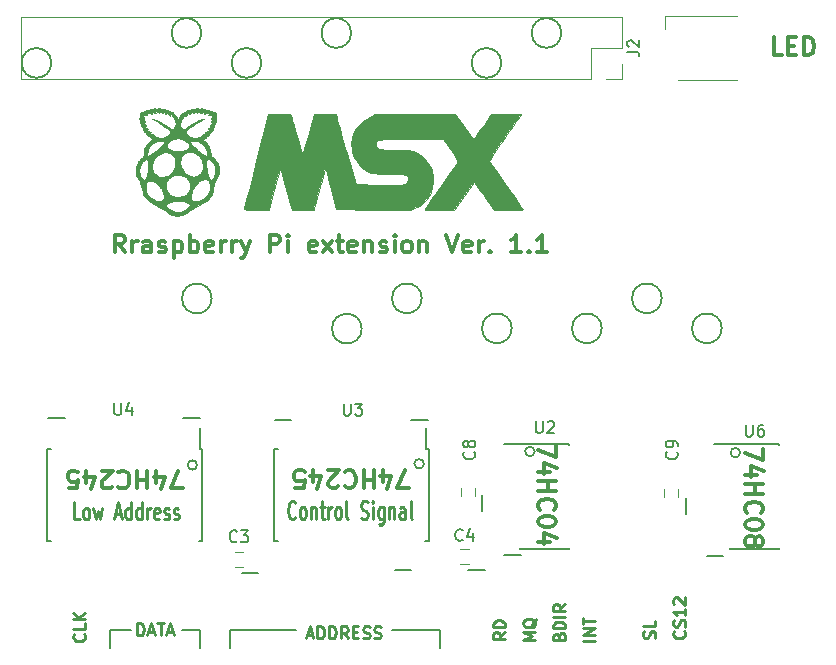
<source format=gbr>
G04 #@! TF.FileFunction,Legend,Top*
%FSLAX46Y46*%
G04 Gerber Fmt 4.6, Leading zero omitted, Abs format (unit mm)*
G04 Created by KiCad (PCBNEW 4.0.7) date 04/25/18 01:36:30*
%MOMM*%
%LPD*%
G01*
G04 APERTURE LIST*
%ADD10C,0.100000*%
%ADD11C,0.200000*%
%ADD12C,0.250000*%
%ADD13C,0.300000*%
%ADD14C,0.120000*%
%ADD15C,0.010000*%
%ADD16C,0.150000*%
G04 APERTURE END LIST*
D10*
D11*
X171196000Y-94361000D02*
X171196000Y-92964000D01*
D12*
X155400952Y-94871314D02*
X155353333Y-94942743D01*
X155210476Y-95014171D01*
X155115238Y-95014171D01*
X154972380Y-94942743D01*
X154877142Y-94799886D01*
X154829523Y-94657029D01*
X154781904Y-94371314D01*
X154781904Y-94157029D01*
X154829523Y-93871314D01*
X154877142Y-93728457D01*
X154972380Y-93585600D01*
X155115238Y-93514171D01*
X155210476Y-93514171D01*
X155353333Y-93585600D01*
X155400952Y-93657029D01*
X155972380Y-95014171D02*
X155877142Y-94942743D01*
X155829523Y-94871314D01*
X155781904Y-94728457D01*
X155781904Y-94299886D01*
X155829523Y-94157029D01*
X155877142Y-94085600D01*
X155972380Y-94014171D01*
X156115238Y-94014171D01*
X156210476Y-94085600D01*
X156258095Y-94157029D01*
X156305714Y-94299886D01*
X156305714Y-94728457D01*
X156258095Y-94871314D01*
X156210476Y-94942743D01*
X156115238Y-95014171D01*
X155972380Y-95014171D01*
X156734285Y-94014171D02*
X156734285Y-95014171D01*
X156734285Y-94157029D02*
X156781904Y-94085600D01*
X156877142Y-94014171D01*
X157020000Y-94014171D01*
X157115238Y-94085600D01*
X157162857Y-94228457D01*
X157162857Y-95014171D01*
X157496190Y-94014171D02*
X157877142Y-94014171D01*
X157639047Y-93514171D02*
X157639047Y-94799886D01*
X157686666Y-94942743D01*
X157781904Y-95014171D01*
X157877142Y-95014171D01*
X158210476Y-95014171D02*
X158210476Y-94014171D01*
X158210476Y-94299886D02*
X158258095Y-94157029D01*
X158305714Y-94085600D01*
X158400952Y-94014171D01*
X158496191Y-94014171D01*
X158972381Y-95014171D02*
X158877143Y-94942743D01*
X158829524Y-94871314D01*
X158781905Y-94728457D01*
X158781905Y-94299886D01*
X158829524Y-94157029D01*
X158877143Y-94085600D01*
X158972381Y-94014171D01*
X159115239Y-94014171D01*
X159210477Y-94085600D01*
X159258096Y-94157029D01*
X159305715Y-94299886D01*
X159305715Y-94728457D01*
X159258096Y-94871314D01*
X159210477Y-94942743D01*
X159115239Y-95014171D01*
X158972381Y-95014171D01*
X159877143Y-95014171D02*
X159781905Y-94942743D01*
X159734286Y-94799886D01*
X159734286Y-93514171D01*
X160972382Y-94942743D02*
X161115239Y-95014171D01*
X161353335Y-95014171D01*
X161448573Y-94942743D01*
X161496192Y-94871314D01*
X161543811Y-94728457D01*
X161543811Y-94585600D01*
X161496192Y-94442743D01*
X161448573Y-94371314D01*
X161353335Y-94299886D01*
X161162858Y-94228457D01*
X161067620Y-94157029D01*
X161020001Y-94085600D01*
X160972382Y-93942743D01*
X160972382Y-93799886D01*
X161020001Y-93657029D01*
X161067620Y-93585600D01*
X161162858Y-93514171D01*
X161400954Y-93514171D01*
X161543811Y-93585600D01*
X161972382Y-95014171D02*
X161972382Y-94014171D01*
X161972382Y-93514171D02*
X161924763Y-93585600D01*
X161972382Y-93657029D01*
X162020001Y-93585600D01*
X161972382Y-93514171D01*
X161972382Y-93657029D01*
X162877144Y-94014171D02*
X162877144Y-95228457D01*
X162829525Y-95371314D01*
X162781906Y-95442743D01*
X162686667Y-95514171D01*
X162543810Y-95514171D01*
X162448572Y-95442743D01*
X162877144Y-94942743D02*
X162781906Y-95014171D01*
X162591429Y-95014171D01*
X162496191Y-94942743D01*
X162448572Y-94871314D01*
X162400953Y-94728457D01*
X162400953Y-94299886D01*
X162448572Y-94157029D01*
X162496191Y-94085600D01*
X162591429Y-94014171D01*
X162781906Y-94014171D01*
X162877144Y-94085600D01*
X163353334Y-94014171D02*
X163353334Y-95014171D01*
X163353334Y-94157029D02*
X163400953Y-94085600D01*
X163496191Y-94014171D01*
X163639049Y-94014171D01*
X163734287Y-94085600D01*
X163781906Y-94228457D01*
X163781906Y-95014171D01*
X164686668Y-95014171D02*
X164686668Y-94228457D01*
X164639049Y-94085600D01*
X164543811Y-94014171D01*
X164353334Y-94014171D01*
X164258096Y-94085600D01*
X164686668Y-94942743D02*
X164591430Y-95014171D01*
X164353334Y-95014171D01*
X164258096Y-94942743D01*
X164210477Y-94799886D01*
X164210477Y-94657029D01*
X164258096Y-94514171D01*
X164353334Y-94442743D01*
X164591430Y-94442743D01*
X164686668Y-94371314D01*
X165305715Y-95014171D02*
X165210477Y-94942743D01*
X165162858Y-94799886D01*
X165162858Y-93514171D01*
X137168428Y-95039571D02*
X136692237Y-95039571D01*
X136692237Y-93539571D01*
X137644618Y-95039571D02*
X137549380Y-94968143D01*
X137501761Y-94896714D01*
X137454142Y-94753857D01*
X137454142Y-94325286D01*
X137501761Y-94182429D01*
X137549380Y-94111000D01*
X137644618Y-94039571D01*
X137787476Y-94039571D01*
X137882714Y-94111000D01*
X137930333Y-94182429D01*
X137977952Y-94325286D01*
X137977952Y-94753857D01*
X137930333Y-94896714D01*
X137882714Y-94968143D01*
X137787476Y-95039571D01*
X137644618Y-95039571D01*
X138311285Y-94039571D02*
X138501761Y-95039571D01*
X138692238Y-94325286D01*
X138882714Y-95039571D01*
X139073190Y-94039571D01*
X140168428Y-94611000D02*
X140644619Y-94611000D01*
X140073190Y-95039571D02*
X140406523Y-93539571D01*
X140739857Y-95039571D01*
X141501762Y-95039571D02*
X141501762Y-93539571D01*
X141501762Y-94968143D02*
X141406524Y-95039571D01*
X141216047Y-95039571D01*
X141120809Y-94968143D01*
X141073190Y-94896714D01*
X141025571Y-94753857D01*
X141025571Y-94325286D01*
X141073190Y-94182429D01*
X141120809Y-94111000D01*
X141216047Y-94039571D01*
X141406524Y-94039571D01*
X141501762Y-94111000D01*
X142406524Y-95039571D02*
X142406524Y-93539571D01*
X142406524Y-94968143D02*
X142311286Y-95039571D01*
X142120809Y-95039571D01*
X142025571Y-94968143D01*
X141977952Y-94896714D01*
X141930333Y-94753857D01*
X141930333Y-94325286D01*
X141977952Y-94182429D01*
X142025571Y-94111000D01*
X142120809Y-94039571D01*
X142311286Y-94039571D01*
X142406524Y-94111000D01*
X142882714Y-95039571D02*
X142882714Y-94039571D01*
X142882714Y-94325286D02*
X142930333Y-94182429D01*
X142977952Y-94111000D01*
X143073190Y-94039571D01*
X143168429Y-94039571D01*
X143882715Y-94968143D02*
X143787477Y-95039571D01*
X143597000Y-95039571D01*
X143501762Y-94968143D01*
X143454143Y-94825286D01*
X143454143Y-94253857D01*
X143501762Y-94111000D01*
X143597000Y-94039571D01*
X143787477Y-94039571D01*
X143882715Y-94111000D01*
X143930334Y-94253857D01*
X143930334Y-94396714D01*
X143454143Y-94539571D01*
X144311286Y-94968143D02*
X144406524Y-95039571D01*
X144597000Y-95039571D01*
X144692239Y-94968143D01*
X144739858Y-94825286D01*
X144739858Y-94753857D01*
X144692239Y-94611000D01*
X144597000Y-94539571D01*
X144454143Y-94539571D01*
X144358905Y-94468143D01*
X144311286Y-94325286D01*
X144311286Y-94253857D01*
X144358905Y-94111000D01*
X144454143Y-94039571D01*
X144597000Y-94039571D01*
X144692239Y-94111000D01*
X145120810Y-94968143D02*
X145216048Y-95039571D01*
X145406524Y-95039571D01*
X145501763Y-94968143D01*
X145549382Y-94825286D01*
X145549382Y-94753857D01*
X145501763Y-94611000D01*
X145406524Y-94539571D01*
X145263667Y-94539571D01*
X145168429Y-94468143D01*
X145120810Y-94325286D01*
X145120810Y-94253857D01*
X145168429Y-94111000D01*
X145263667Y-94039571D01*
X145406524Y-94039571D01*
X145501763Y-94111000D01*
D11*
X188468000Y-94615000D02*
X188468000Y-93218000D01*
X170053000Y-99314000D02*
X171450000Y-99314000D01*
X190246000Y-98171000D02*
X191643000Y-98171000D01*
X173101000Y-98044000D02*
X174498000Y-98044000D01*
X163830000Y-99314000D02*
X165227000Y-99314000D01*
X153670000Y-86614000D02*
X155067000Y-86614000D01*
X165227000Y-86614000D02*
X166624000Y-86614000D01*
X150876000Y-99568000D02*
X152273000Y-99568000D01*
X145923000Y-86487000D02*
X147320000Y-86487000D01*
X134493000Y-86487000D02*
X135890000Y-86487000D01*
X177927001Y-53848000D02*
G75*
G03X177927001Y-53848000I-1257236J0D01*
G01*
X172847001Y-56388000D02*
G75*
G03X172847001Y-56388000I-1257236J0D01*
G01*
X160134236Y-53848000D02*
G75*
G03X160134236Y-53848000I-1257236J0D01*
G01*
X152527001Y-56388000D02*
G75*
G03X152527001Y-56388000I-1257236J0D01*
G01*
X147447001Y-53848000D02*
G75*
G03X147447001Y-53848000I-1257236J0D01*
G01*
X134747001Y-56388000D02*
G75*
G03X134747001Y-56388000I-1257236J0D01*
G01*
X186423236Y-76314235D02*
G75*
G03X186423236Y-76314235I-1257236J0D01*
G01*
X191503236Y-78854235D02*
G75*
G03X191503236Y-78854235I-1257236J0D01*
G01*
X181343236Y-78854235D02*
G75*
G03X181343236Y-78854235I-1257236J0D01*
G01*
X173723236Y-78854235D02*
G75*
G03X173723236Y-78854235I-1257236J0D01*
G01*
X166103236Y-76314235D02*
G75*
G03X166103236Y-76314235I-1257236J0D01*
G01*
X161023236Y-78879765D02*
G75*
G03X161023236Y-78879765I-1257236J0D01*
G01*
X148323236Y-76327000D02*
G75*
G03X148323236Y-76327000I-1257236J0D01*
G01*
X193060609Y-89387391D02*
G75*
G03X193060609Y-89387391I-401609J0D01*
G01*
D13*
X165039856Y-92388429D02*
X164039856Y-92388429D01*
X164682713Y-90888429D01*
X162825571Y-91888429D02*
X162825571Y-90888429D01*
X163182714Y-92459857D02*
X163539857Y-91388429D01*
X162611285Y-91388429D01*
X162039857Y-90888429D02*
X162039857Y-92388429D01*
X162039857Y-91674143D02*
X161182714Y-91674143D01*
X161182714Y-90888429D02*
X161182714Y-92388429D01*
X159611285Y-91031286D02*
X159682714Y-90959857D01*
X159897000Y-90888429D01*
X160039857Y-90888429D01*
X160254142Y-90959857D01*
X160397000Y-91102714D01*
X160468428Y-91245571D01*
X160539857Y-91531286D01*
X160539857Y-91745571D01*
X160468428Y-92031286D01*
X160397000Y-92174143D01*
X160254142Y-92317000D01*
X160039857Y-92388429D01*
X159897000Y-92388429D01*
X159682714Y-92317000D01*
X159611285Y-92245571D01*
X159039857Y-92245571D02*
X158968428Y-92317000D01*
X158825571Y-92388429D01*
X158468428Y-92388429D01*
X158325571Y-92317000D01*
X158254142Y-92245571D01*
X158182714Y-92102714D01*
X158182714Y-91959857D01*
X158254142Y-91745571D01*
X159111285Y-90888429D01*
X158182714Y-90888429D01*
X156897000Y-91888429D02*
X156897000Y-90888429D01*
X157254143Y-92459857D02*
X157611286Y-91388429D01*
X156682714Y-91388429D01*
X155397000Y-92388429D02*
X156111286Y-92388429D01*
X156182715Y-91674143D01*
X156111286Y-91745571D01*
X155968429Y-91817000D01*
X155611286Y-91817000D01*
X155468429Y-91745571D01*
X155397000Y-91674143D01*
X155325572Y-91531286D01*
X155325572Y-91174143D01*
X155397000Y-91031286D01*
X155468429Y-90959857D01*
X155611286Y-90888429D01*
X155968429Y-90888429D01*
X156111286Y-90959857D01*
X156182715Y-91031286D01*
X195004429Y-89039430D02*
X195004429Y-90039430D01*
X193504429Y-89396573D01*
X194504429Y-91253715D02*
X193504429Y-91253715D01*
X195075857Y-90896572D02*
X194004429Y-90539429D01*
X194004429Y-91468001D01*
X193504429Y-92039429D02*
X195004429Y-92039429D01*
X194290143Y-92039429D02*
X194290143Y-92896572D01*
X193504429Y-92896572D02*
X195004429Y-92896572D01*
X193647286Y-94468001D02*
X193575857Y-94396572D01*
X193504429Y-94182286D01*
X193504429Y-94039429D01*
X193575857Y-93825144D01*
X193718714Y-93682286D01*
X193861571Y-93610858D01*
X194147286Y-93539429D01*
X194361571Y-93539429D01*
X194647286Y-93610858D01*
X194790143Y-93682286D01*
X194933000Y-93825144D01*
X195004429Y-94039429D01*
X195004429Y-94182286D01*
X194933000Y-94396572D01*
X194861571Y-94468001D01*
X195004429Y-95396572D02*
X195004429Y-95539429D01*
X194933000Y-95682286D01*
X194861571Y-95753715D01*
X194718714Y-95825144D01*
X194433000Y-95896572D01*
X194075857Y-95896572D01*
X193790143Y-95825144D01*
X193647286Y-95753715D01*
X193575857Y-95682286D01*
X193504429Y-95539429D01*
X193504429Y-95396572D01*
X193575857Y-95253715D01*
X193647286Y-95182286D01*
X193790143Y-95110858D01*
X194075857Y-95039429D01*
X194433000Y-95039429D01*
X194718714Y-95110858D01*
X194861571Y-95182286D01*
X194933000Y-95253715D01*
X195004429Y-95396572D01*
X194361571Y-96753715D02*
X194433000Y-96610857D01*
X194504429Y-96539429D01*
X194647286Y-96468000D01*
X194718714Y-96468000D01*
X194861571Y-96539429D01*
X194933000Y-96610857D01*
X195004429Y-96753715D01*
X195004429Y-97039429D01*
X194933000Y-97182286D01*
X194861571Y-97253715D01*
X194718714Y-97325143D01*
X194647286Y-97325143D01*
X194504429Y-97253715D01*
X194433000Y-97182286D01*
X194361571Y-97039429D01*
X194361571Y-96753715D01*
X194290143Y-96610857D01*
X194218714Y-96539429D01*
X194075857Y-96468000D01*
X193790143Y-96468000D01*
X193647286Y-96539429D01*
X193575857Y-96610857D01*
X193504429Y-96753715D01*
X193504429Y-97039429D01*
X193575857Y-97182286D01*
X193647286Y-97253715D01*
X193790143Y-97325143D01*
X194075857Y-97325143D01*
X194218714Y-97253715D01*
X194290143Y-97182286D01*
X194361571Y-97039429D01*
X177478429Y-88785430D02*
X177478429Y-89785430D01*
X175978429Y-89142573D01*
X176978429Y-90999715D02*
X175978429Y-90999715D01*
X177549857Y-90642572D02*
X176478429Y-90285429D01*
X176478429Y-91214001D01*
X175978429Y-91785429D02*
X177478429Y-91785429D01*
X176764143Y-91785429D02*
X176764143Y-92642572D01*
X175978429Y-92642572D02*
X177478429Y-92642572D01*
X176121286Y-94214001D02*
X176049857Y-94142572D01*
X175978429Y-93928286D01*
X175978429Y-93785429D01*
X176049857Y-93571144D01*
X176192714Y-93428286D01*
X176335571Y-93356858D01*
X176621286Y-93285429D01*
X176835571Y-93285429D01*
X177121286Y-93356858D01*
X177264143Y-93428286D01*
X177407000Y-93571144D01*
X177478429Y-93785429D01*
X177478429Y-93928286D01*
X177407000Y-94142572D01*
X177335571Y-94214001D01*
X177478429Y-95142572D02*
X177478429Y-95285429D01*
X177407000Y-95428286D01*
X177335571Y-95499715D01*
X177192714Y-95571144D01*
X176907000Y-95642572D01*
X176549857Y-95642572D01*
X176264143Y-95571144D01*
X176121286Y-95499715D01*
X176049857Y-95428286D01*
X175978429Y-95285429D01*
X175978429Y-95142572D01*
X176049857Y-94999715D01*
X176121286Y-94928286D01*
X176264143Y-94856858D01*
X176549857Y-94785429D01*
X176907000Y-94785429D01*
X177192714Y-94856858D01*
X177335571Y-94928286D01*
X177407000Y-94999715D01*
X177478429Y-95142572D01*
X176978429Y-96928286D02*
X175978429Y-96928286D01*
X177549857Y-96571143D02*
X176478429Y-96214000D01*
X176478429Y-97142572D01*
D11*
X166289009Y-90322400D02*
G75*
G03X166289009Y-90322400I-401609J0D01*
G01*
D13*
X196622315Y-55720371D02*
X195908029Y-55720371D01*
X195908029Y-54220371D01*
X197122315Y-54934657D02*
X197622315Y-54934657D01*
X197836601Y-55720371D02*
X197122315Y-55720371D01*
X197122315Y-54220371D01*
X197836601Y-54220371D01*
X198479458Y-55720371D02*
X198479458Y-54220371D01*
X198836601Y-54220371D01*
X199050886Y-54291800D01*
X199193744Y-54434657D01*
X199265172Y-54577514D01*
X199336601Y-54863229D01*
X199336601Y-55077514D01*
X199265172Y-55363229D01*
X199193744Y-55506086D01*
X199050886Y-55648943D01*
X198836601Y-55720371D01*
X198479458Y-55720371D01*
D11*
X175661609Y-89281000D02*
G75*
G03X175661609Y-89281000I-401609J0D01*
G01*
X147086609Y-90424000D02*
G75*
G03X147086609Y-90424000I-401609J0D01*
G01*
D13*
X145862856Y-92413829D02*
X144862856Y-92413829D01*
X145505713Y-90913829D01*
X143648571Y-91913829D02*
X143648571Y-90913829D01*
X144005714Y-92485257D02*
X144362857Y-91413829D01*
X143434285Y-91413829D01*
X142862857Y-90913829D02*
X142862857Y-92413829D01*
X142862857Y-91699543D02*
X142005714Y-91699543D01*
X142005714Y-90913829D02*
X142005714Y-92413829D01*
X140434285Y-91056686D02*
X140505714Y-90985257D01*
X140720000Y-90913829D01*
X140862857Y-90913829D01*
X141077142Y-90985257D01*
X141220000Y-91128114D01*
X141291428Y-91270971D01*
X141362857Y-91556686D01*
X141362857Y-91770971D01*
X141291428Y-92056686D01*
X141220000Y-92199543D01*
X141077142Y-92342400D01*
X140862857Y-92413829D01*
X140720000Y-92413829D01*
X140505714Y-92342400D01*
X140434285Y-92270971D01*
X139862857Y-92270971D02*
X139791428Y-92342400D01*
X139648571Y-92413829D01*
X139291428Y-92413829D01*
X139148571Y-92342400D01*
X139077142Y-92270971D01*
X139005714Y-92128114D01*
X139005714Y-91985257D01*
X139077142Y-91770971D01*
X139934285Y-90913829D01*
X139005714Y-90913829D01*
X137720000Y-91913829D02*
X137720000Y-90913829D01*
X138077143Y-92485257D02*
X138434286Y-91413829D01*
X137505714Y-91413829D01*
X136220000Y-92413829D02*
X136934286Y-92413829D01*
X137005715Y-91699543D01*
X136934286Y-91770971D01*
X136791429Y-91842400D01*
X136434286Y-91842400D01*
X136291429Y-91770971D01*
X136220000Y-91699543D01*
X136148572Y-91556686D01*
X136148572Y-91199543D01*
X136220000Y-91056686D01*
X136291429Y-90985257D01*
X136434286Y-90913829D01*
X136791429Y-90913829D01*
X136934286Y-90985257D01*
X137005715Y-91056686D01*
D11*
X167640000Y-104394000D02*
X163576000Y-104394000D01*
X167640000Y-105918000D02*
X167640000Y-104394000D01*
D12*
X137517143Y-104735238D02*
X137564762Y-104782857D01*
X137612381Y-104925714D01*
X137612381Y-105020952D01*
X137564762Y-105163810D01*
X137469524Y-105259048D01*
X137374286Y-105306667D01*
X137183810Y-105354286D01*
X137040952Y-105354286D01*
X136850476Y-105306667D01*
X136755238Y-105259048D01*
X136660000Y-105163810D01*
X136612381Y-105020952D01*
X136612381Y-104925714D01*
X136660000Y-104782857D01*
X136707619Y-104735238D01*
X137612381Y-103830476D02*
X137612381Y-104306667D01*
X136612381Y-104306667D01*
X137612381Y-103497143D02*
X136612381Y-103497143D01*
X137612381Y-102925714D02*
X137040952Y-103354286D01*
X136612381Y-102925714D02*
X137183810Y-103497143D01*
X188317143Y-104497047D02*
X188364762Y-104544666D01*
X188412381Y-104687523D01*
X188412381Y-104782761D01*
X188364762Y-104925619D01*
X188269524Y-105020857D01*
X188174286Y-105068476D01*
X187983810Y-105116095D01*
X187840952Y-105116095D01*
X187650476Y-105068476D01*
X187555238Y-105020857D01*
X187460000Y-104925619D01*
X187412381Y-104782761D01*
X187412381Y-104687523D01*
X187460000Y-104544666D01*
X187507619Y-104497047D01*
X188364762Y-104116095D02*
X188412381Y-103973238D01*
X188412381Y-103735142D01*
X188364762Y-103639904D01*
X188317143Y-103592285D01*
X188221905Y-103544666D01*
X188126667Y-103544666D01*
X188031429Y-103592285D01*
X187983810Y-103639904D01*
X187936190Y-103735142D01*
X187888571Y-103925619D01*
X187840952Y-104020857D01*
X187793333Y-104068476D01*
X187698095Y-104116095D01*
X187602857Y-104116095D01*
X187507619Y-104068476D01*
X187460000Y-104020857D01*
X187412381Y-103925619D01*
X187412381Y-103687523D01*
X187460000Y-103544666D01*
X188412381Y-102592285D02*
X188412381Y-103163714D01*
X188412381Y-102878000D02*
X187412381Y-102878000D01*
X187555238Y-102973238D01*
X187650476Y-103068476D01*
X187698095Y-103163714D01*
X187507619Y-102211333D02*
X187460000Y-102163714D01*
X187412381Y-102068476D01*
X187412381Y-101830380D01*
X187460000Y-101735142D01*
X187507619Y-101687523D01*
X187602857Y-101639904D01*
X187698095Y-101639904D01*
X187840952Y-101687523D01*
X188412381Y-102258952D01*
X188412381Y-101639904D01*
D11*
X166878000Y-104394000D02*
X163576000Y-104394000D01*
X152146000Y-104394000D02*
X155448000Y-104394000D01*
D12*
X142010000Y-104846381D02*
X142010000Y-103846381D01*
X142248095Y-103846381D01*
X142390953Y-103894000D01*
X142486191Y-103989238D01*
X142533810Y-104084476D01*
X142581429Y-104274952D01*
X142581429Y-104417810D01*
X142533810Y-104608286D01*
X142486191Y-104703524D01*
X142390953Y-104798762D01*
X142248095Y-104846381D01*
X142010000Y-104846381D01*
X142962381Y-104560667D02*
X143438572Y-104560667D01*
X142867143Y-104846381D02*
X143200476Y-103846381D01*
X143533810Y-104846381D01*
X143724286Y-103846381D02*
X144295715Y-103846381D01*
X144010000Y-104846381D02*
X144010000Y-103846381D01*
X144581429Y-104560667D02*
X145057620Y-104560667D01*
X144486191Y-104846381D02*
X144819524Y-103846381D01*
X145152858Y-104846381D01*
D11*
X139700000Y-104394000D02*
X141478000Y-104394000D01*
X139700000Y-105918000D02*
X139700000Y-104394000D01*
X147320000Y-104394000D02*
X145796000Y-104394000D01*
X147320000Y-105918000D02*
X147320000Y-104394000D01*
X149860000Y-104394000D02*
X152146000Y-104394000D01*
X149860000Y-105918000D02*
X149860000Y-104394000D01*
D12*
X156369143Y-104814667D02*
X156845334Y-104814667D01*
X156273905Y-105100381D02*
X156607238Y-104100381D01*
X156940572Y-105100381D01*
X157273905Y-105100381D02*
X157273905Y-104100381D01*
X157512000Y-104100381D01*
X157654858Y-104148000D01*
X157750096Y-104243238D01*
X157797715Y-104338476D01*
X157845334Y-104528952D01*
X157845334Y-104671810D01*
X157797715Y-104862286D01*
X157750096Y-104957524D01*
X157654858Y-105052762D01*
X157512000Y-105100381D01*
X157273905Y-105100381D01*
X158273905Y-105100381D02*
X158273905Y-104100381D01*
X158512000Y-104100381D01*
X158654858Y-104148000D01*
X158750096Y-104243238D01*
X158797715Y-104338476D01*
X158845334Y-104528952D01*
X158845334Y-104671810D01*
X158797715Y-104862286D01*
X158750096Y-104957524D01*
X158654858Y-105052762D01*
X158512000Y-105100381D01*
X158273905Y-105100381D01*
X159845334Y-105100381D02*
X159512000Y-104624190D01*
X159273905Y-105100381D02*
X159273905Y-104100381D01*
X159654858Y-104100381D01*
X159750096Y-104148000D01*
X159797715Y-104195619D01*
X159845334Y-104290857D01*
X159845334Y-104433714D01*
X159797715Y-104528952D01*
X159750096Y-104576571D01*
X159654858Y-104624190D01*
X159273905Y-104624190D01*
X160273905Y-104576571D02*
X160607239Y-104576571D01*
X160750096Y-105100381D02*
X160273905Y-105100381D01*
X160273905Y-104100381D01*
X160750096Y-104100381D01*
X161131048Y-105052762D02*
X161273905Y-105100381D01*
X161512001Y-105100381D01*
X161607239Y-105052762D01*
X161654858Y-105005143D01*
X161702477Y-104909905D01*
X161702477Y-104814667D01*
X161654858Y-104719429D01*
X161607239Y-104671810D01*
X161512001Y-104624190D01*
X161321524Y-104576571D01*
X161226286Y-104528952D01*
X161178667Y-104481333D01*
X161131048Y-104386095D01*
X161131048Y-104290857D01*
X161178667Y-104195619D01*
X161226286Y-104148000D01*
X161321524Y-104100381D01*
X161559620Y-104100381D01*
X161702477Y-104148000D01*
X162083429Y-105052762D02*
X162226286Y-105100381D01*
X162464382Y-105100381D01*
X162559620Y-105052762D01*
X162607239Y-105005143D01*
X162654858Y-104909905D01*
X162654858Y-104814667D01*
X162607239Y-104719429D01*
X162559620Y-104671810D01*
X162464382Y-104624190D01*
X162273905Y-104576571D01*
X162178667Y-104528952D01*
X162131048Y-104481333D01*
X162083429Y-104386095D01*
X162083429Y-104290857D01*
X162131048Y-104195619D01*
X162178667Y-104148000D01*
X162273905Y-104100381D01*
X162512001Y-104100381D01*
X162654858Y-104148000D01*
X180792381Y-105298762D02*
X179792381Y-105298762D01*
X180792381Y-104822572D02*
X179792381Y-104822572D01*
X180792381Y-104251143D01*
X179792381Y-104251143D01*
X179792381Y-103917810D02*
X179792381Y-103346381D01*
X180792381Y-103632096D02*
X179792381Y-103632096D01*
X175712381Y-105251143D02*
X174712381Y-105251143D01*
X175426667Y-104917809D01*
X174712381Y-104584476D01*
X175712381Y-104584476D01*
X175807619Y-103441619D02*
X175760000Y-103536857D01*
X175664762Y-103632095D01*
X175521905Y-103774952D01*
X175474286Y-103870191D01*
X175474286Y-103965429D01*
X175712381Y-103917810D02*
X175664762Y-104013048D01*
X175569524Y-104108286D01*
X175379048Y-104155905D01*
X175045714Y-104155905D01*
X174855238Y-104108286D01*
X174760000Y-104013048D01*
X174712381Y-103917810D01*
X174712381Y-103727333D01*
X174760000Y-103632095D01*
X174855238Y-103536857D01*
X175045714Y-103489238D01*
X175379048Y-103489238D01*
X175569524Y-103536857D01*
X175664762Y-103632095D01*
X175712381Y-103727333D01*
X175712381Y-103917810D01*
X173172381Y-104584476D02*
X172696190Y-104917810D01*
X173172381Y-105155905D02*
X172172381Y-105155905D01*
X172172381Y-104774952D01*
X172220000Y-104679714D01*
X172267619Y-104632095D01*
X172362857Y-104584476D01*
X172505714Y-104584476D01*
X172600952Y-104632095D01*
X172648571Y-104679714D01*
X172696190Y-104774952D01*
X172696190Y-105155905D01*
X173172381Y-104155905D02*
X172172381Y-104155905D01*
X172172381Y-103917810D01*
X172220000Y-103774952D01*
X172315238Y-103679714D01*
X172410476Y-103632095D01*
X172600952Y-103584476D01*
X172743810Y-103584476D01*
X172934286Y-103632095D01*
X173029524Y-103679714D01*
X173124762Y-103774952D01*
X173172381Y-103917810D01*
X173172381Y-104155905D01*
X185824762Y-105084476D02*
X185872381Y-104941619D01*
X185872381Y-104703523D01*
X185824762Y-104608285D01*
X185777143Y-104560666D01*
X185681905Y-104513047D01*
X185586667Y-104513047D01*
X185491429Y-104560666D01*
X185443810Y-104608285D01*
X185396190Y-104703523D01*
X185348571Y-104894000D01*
X185300952Y-104989238D01*
X185253333Y-105036857D01*
X185158095Y-105084476D01*
X185062857Y-105084476D01*
X184967619Y-105036857D01*
X184920000Y-104989238D01*
X184872381Y-104894000D01*
X184872381Y-104655904D01*
X184920000Y-104513047D01*
X185872381Y-103608285D02*
X185872381Y-104084476D01*
X184872381Y-104084476D01*
X177728571Y-104925666D02*
X177776190Y-104782809D01*
X177823810Y-104735190D01*
X177919048Y-104687571D01*
X178061905Y-104687571D01*
X178157143Y-104735190D01*
X178204762Y-104782809D01*
X178252381Y-104878047D01*
X178252381Y-105259000D01*
X177252381Y-105259000D01*
X177252381Y-104925666D01*
X177300000Y-104830428D01*
X177347619Y-104782809D01*
X177442857Y-104735190D01*
X177538095Y-104735190D01*
X177633333Y-104782809D01*
X177680952Y-104830428D01*
X177728571Y-104925666D01*
X177728571Y-105259000D01*
X178252381Y-104259000D02*
X177252381Y-104259000D01*
X177252381Y-104020905D01*
X177300000Y-103878047D01*
X177395238Y-103782809D01*
X177490476Y-103735190D01*
X177680952Y-103687571D01*
X177823810Y-103687571D01*
X178014286Y-103735190D01*
X178109524Y-103782809D01*
X178204762Y-103878047D01*
X178252381Y-104020905D01*
X178252381Y-104259000D01*
X178252381Y-103259000D02*
X177252381Y-103259000D01*
X178252381Y-102211381D02*
X177776190Y-102544715D01*
X178252381Y-102782810D02*
X177252381Y-102782810D01*
X177252381Y-102401857D01*
X177300000Y-102306619D01*
X177347619Y-102259000D01*
X177442857Y-102211381D01*
X177585714Y-102211381D01*
X177680952Y-102259000D01*
X177728571Y-102306619D01*
X177776190Y-102401857D01*
X177776190Y-102782810D01*
D13*
X140976144Y-72433571D02*
X140476144Y-71719286D01*
X140119001Y-72433571D02*
X140119001Y-70933571D01*
X140690429Y-70933571D01*
X140833287Y-71005000D01*
X140904715Y-71076429D01*
X140976144Y-71219286D01*
X140976144Y-71433571D01*
X140904715Y-71576429D01*
X140833287Y-71647857D01*
X140690429Y-71719286D01*
X140119001Y-71719286D01*
X141619001Y-72433571D02*
X141619001Y-71433571D01*
X141619001Y-71719286D02*
X141690429Y-71576429D01*
X141761858Y-71505000D01*
X141904715Y-71433571D01*
X142047572Y-71433571D01*
X143190429Y-72433571D02*
X143190429Y-71647857D01*
X143119000Y-71505000D01*
X142976143Y-71433571D01*
X142690429Y-71433571D01*
X142547572Y-71505000D01*
X143190429Y-72362143D02*
X143047572Y-72433571D01*
X142690429Y-72433571D01*
X142547572Y-72362143D01*
X142476143Y-72219286D01*
X142476143Y-72076429D01*
X142547572Y-71933571D01*
X142690429Y-71862143D01*
X143047572Y-71862143D01*
X143190429Y-71790714D01*
X143833286Y-72362143D02*
X143976143Y-72433571D01*
X144261858Y-72433571D01*
X144404715Y-72362143D01*
X144476143Y-72219286D01*
X144476143Y-72147857D01*
X144404715Y-72005000D01*
X144261858Y-71933571D01*
X144047572Y-71933571D01*
X143904715Y-71862143D01*
X143833286Y-71719286D01*
X143833286Y-71647857D01*
X143904715Y-71505000D01*
X144047572Y-71433571D01*
X144261858Y-71433571D01*
X144404715Y-71505000D01*
X145119001Y-71433571D02*
X145119001Y-72933571D01*
X145119001Y-71505000D02*
X145261858Y-71433571D01*
X145547572Y-71433571D01*
X145690429Y-71505000D01*
X145761858Y-71576429D01*
X145833287Y-71719286D01*
X145833287Y-72147857D01*
X145761858Y-72290714D01*
X145690429Y-72362143D01*
X145547572Y-72433571D01*
X145261858Y-72433571D01*
X145119001Y-72362143D01*
X146476144Y-72433571D02*
X146476144Y-70933571D01*
X146476144Y-71505000D02*
X146619001Y-71433571D01*
X146904715Y-71433571D01*
X147047572Y-71505000D01*
X147119001Y-71576429D01*
X147190430Y-71719286D01*
X147190430Y-72147857D01*
X147119001Y-72290714D01*
X147047572Y-72362143D01*
X146904715Y-72433571D01*
X146619001Y-72433571D01*
X146476144Y-72362143D01*
X148404715Y-72362143D02*
X148261858Y-72433571D01*
X147976144Y-72433571D01*
X147833287Y-72362143D01*
X147761858Y-72219286D01*
X147761858Y-71647857D01*
X147833287Y-71505000D01*
X147976144Y-71433571D01*
X148261858Y-71433571D01*
X148404715Y-71505000D01*
X148476144Y-71647857D01*
X148476144Y-71790714D01*
X147761858Y-71933571D01*
X149119001Y-72433571D02*
X149119001Y-71433571D01*
X149119001Y-71719286D02*
X149190429Y-71576429D01*
X149261858Y-71505000D01*
X149404715Y-71433571D01*
X149547572Y-71433571D01*
X150047572Y-72433571D02*
X150047572Y-71433571D01*
X150047572Y-71719286D02*
X150119000Y-71576429D01*
X150190429Y-71505000D01*
X150333286Y-71433571D01*
X150476143Y-71433571D01*
X150833286Y-71433571D02*
X151190429Y-72433571D01*
X151547571Y-71433571D02*
X151190429Y-72433571D01*
X151047571Y-72790714D01*
X150976143Y-72862143D01*
X150833286Y-72933571D01*
X153261857Y-72433571D02*
X153261857Y-70933571D01*
X153833285Y-70933571D01*
X153976143Y-71005000D01*
X154047571Y-71076429D01*
X154119000Y-71219286D01*
X154119000Y-71433571D01*
X154047571Y-71576429D01*
X153976143Y-71647857D01*
X153833285Y-71719286D01*
X153261857Y-71719286D01*
X154761857Y-72433571D02*
X154761857Y-71433571D01*
X154761857Y-70933571D02*
X154690428Y-71005000D01*
X154761857Y-71076429D01*
X154833285Y-71005000D01*
X154761857Y-70933571D01*
X154761857Y-71076429D01*
X157190428Y-72362143D02*
X157047571Y-72433571D01*
X156761857Y-72433571D01*
X156619000Y-72362143D01*
X156547571Y-72219286D01*
X156547571Y-71647857D01*
X156619000Y-71505000D01*
X156761857Y-71433571D01*
X157047571Y-71433571D01*
X157190428Y-71505000D01*
X157261857Y-71647857D01*
X157261857Y-71790714D01*
X156547571Y-71933571D01*
X157761857Y-72433571D02*
X158547571Y-71433571D01*
X157761857Y-71433571D02*
X158547571Y-72433571D01*
X158904714Y-71433571D02*
X159476143Y-71433571D01*
X159119000Y-70933571D02*
X159119000Y-72219286D01*
X159190428Y-72362143D01*
X159333286Y-72433571D01*
X159476143Y-72433571D01*
X160547571Y-72362143D02*
X160404714Y-72433571D01*
X160119000Y-72433571D01*
X159976143Y-72362143D01*
X159904714Y-72219286D01*
X159904714Y-71647857D01*
X159976143Y-71505000D01*
X160119000Y-71433571D01*
X160404714Y-71433571D01*
X160547571Y-71505000D01*
X160619000Y-71647857D01*
X160619000Y-71790714D01*
X159904714Y-71933571D01*
X161261857Y-71433571D02*
X161261857Y-72433571D01*
X161261857Y-71576429D02*
X161333285Y-71505000D01*
X161476143Y-71433571D01*
X161690428Y-71433571D01*
X161833285Y-71505000D01*
X161904714Y-71647857D01*
X161904714Y-72433571D01*
X162547571Y-72362143D02*
X162690428Y-72433571D01*
X162976143Y-72433571D01*
X163119000Y-72362143D01*
X163190428Y-72219286D01*
X163190428Y-72147857D01*
X163119000Y-72005000D01*
X162976143Y-71933571D01*
X162761857Y-71933571D01*
X162619000Y-71862143D01*
X162547571Y-71719286D01*
X162547571Y-71647857D01*
X162619000Y-71505000D01*
X162761857Y-71433571D01*
X162976143Y-71433571D01*
X163119000Y-71505000D01*
X163833286Y-72433571D02*
X163833286Y-71433571D01*
X163833286Y-70933571D02*
X163761857Y-71005000D01*
X163833286Y-71076429D01*
X163904714Y-71005000D01*
X163833286Y-70933571D01*
X163833286Y-71076429D01*
X164761858Y-72433571D02*
X164619000Y-72362143D01*
X164547572Y-72290714D01*
X164476143Y-72147857D01*
X164476143Y-71719286D01*
X164547572Y-71576429D01*
X164619000Y-71505000D01*
X164761858Y-71433571D01*
X164976143Y-71433571D01*
X165119000Y-71505000D01*
X165190429Y-71576429D01*
X165261858Y-71719286D01*
X165261858Y-72147857D01*
X165190429Y-72290714D01*
X165119000Y-72362143D01*
X164976143Y-72433571D01*
X164761858Y-72433571D01*
X165904715Y-71433571D02*
X165904715Y-72433571D01*
X165904715Y-71576429D02*
X165976143Y-71505000D01*
X166119001Y-71433571D01*
X166333286Y-71433571D01*
X166476143Y-71505000D01*
X166547572Y-71647857D01*
X166547572Y-72433571D01*
X168190429Y-70933571D02*
X168690429Y-72433571D01*
X169190429Y-70933571D01*
X170261857Y-72362143D02*
X170119000Y-72433571D01*
X169833286Y-72433571D01*
X169690429Y-72362143D01*
X169619000Y-72219286D01*
X169619000Y-71647857D01*
X169690429Y-71505000D01*
X169833286Y-71433571D01*
X170119000Y-71433571D01*
X170261857Y-71505000D01*
X170333286Y-71647857D01*
X170333286Y-71790714D01*
X169619000Y-71933571D01*
X170976143Y-72433571D02*
X170976143Y-71433571D01*
X170976143Y-71719286D02*
X171047571Y-71576429D01*
X171119000Y-71505000D01*
X171261857Y-71433571D01*
X171404714Y-71433571D01*
X171904714Y-72290714D02*
X171976142Y-72362143D01*
X171904714Y-72433571D01*
X171833285Y-72362143D01*
X171904714Y-72290714D01*
X171904714Y-72433571D01*
X174547571Y-72433571D02*
X173690428Y-72433571D01*
X174119000Y-72433571D02*
X174119000Y-70933571D01*
X173976143Y-71147857D01*
X173833285Y-71290714D01*
X173690428Y-71362143D01*
X175190428Y-72290714D02*
X175261856Y-72362143D01*
X175190428Y-72433571D01*
X175118999Y-72362143D01*
X175190428Y-72290714D01*
X175190428Y-72433571D01*
X176690428Y-72433571D02*
X175833285Y-72433571D01*
X176261857Y-72433571D02*
X176261857Y-70933571D01*
X176119000Y-71147857D01*
X175976142Y-71290714D01*
X175833285Y-71362143D01*
D14*
X180467000Y-57718000D02*
X132147000Y-57718000D01*
X132147000Y-57718000D02*
X132147000Y-52518000D01*
X132147000Y-52518000D02*
X183067000Y-52518000D01*
X183067000Y-52518000D02*
X183067000Y-55118000D01*
X183067000Y-55118000D02*
X180467000Y-55118000D01*
X180467000Y-55118000D02*
X180467000Y-57718000D01*
X181737000Y-57718000D02*
X183067000Y-57718000D01*
X183067000Y-57718000D02*
X183067000Y-56448000D01*
D15*
G36*
X158914826Y-61020676D02*
X158958920Y-61179070D01*
X159042649Y-61478213D01*
X159159769Y-61895856D01*
X159304033Y-62409750D01*
X159469198Y-62997645D01*
X159649018Y-63637290D01*
X159753284Y-64008000D01*
X160503536Y-66675000D01*
X162550510Y-66697678D01*
X163285141Y-66701851D01*
X163882303Y-66696793D01*
X164333934Y-66682745D01*
X164631973Y-66659949D01*
X164764075Y-66631199D01*
X164883021Y-66484199D01*
X164932502Y-66256061D01*
X164905865Y-66022899D01*
X164829067Y-65887600D01*
X164710559Y-65842988D01*
X164451726Y-65811562D01*
X164043326Y-65792656D01*
X163476116Y-65785606D01*
X163410900Y-65785527D01*
X162928553Y-65779759D01*
X162481780Y-65764195D01*
X162109253Y-65740922D01*
X161849642Y-65712025D01*
X161778972Y-65697471D01*
X161301207Y-65479303D01*
X160873707Y-65112320D01*
X160515997Y-64614227D01*
X160450866Y-64493243D01*
X160291536Y-64155882D01*
X160203456Y-63879070D01*
X160166452Y-63580824D01*
X160160126Y-63311664D01*
X160227521Y-62652756D01*
X160436324Y-62083785D01*
X160789796Y-61599802D01*
X161291198Y-61195863D01*
X161703173Y-60971443D01*
X162179000Y-60748333D01*
X165565667Y-60726027D01*
X168952334Y-60703722D01*
X169714334Y-61766296D01*
X170476334Y-62828869D01*
X170661513Y-62598216D01*
X170783790Y-62436747D01*
X170974781Y-62173982D01*
X171207064Y-61848019D01*
X171423513Y-61539633D01*
X172000334Y-60711703D01*
X173249167Y-60708851D01*
X173687192Y-60710788D01*
X174058077Y-60718027D01*
X174332310Y-60729549D01*
X174480380Y-60744334D01*
X174498000Y-60751993D01*
X174450861Y-60830304D01*
X174317816Y-61028284D01*
X174111425Y-61327841D01*
X173844247Y-61710882D01*
X173528843Y-62159315D01*
X173177771Y-62655046D01*
X173142042Y-62705320D01*
X172763838Y-63243731D01*
X172437284Y-63721385D01*
X172172378Y-64122812D01*
X171979121Y-64432540D01*
X171867511Y-64635097D01*
X171844823Y-64712494D01*
X171907303Y-64805317D01*
X172054535Y-65017804D01*
X172273504Y-65331361D01*
X172551193Y-65727398D01*
X172874584Y-66187321D01*
X173230660Y-66692539D01*
X173285448Y-66770176D01*
X173642100Y-67277277D01*
X173964605Y-67739285D01*
X174240602Y-68138213D01*
X174457731Y-68456075D01*
X174603631Y-68674884D01*
X174665943Y-68776655D01*
X174667334Y-68781009D01*
X174587647Y-68799798D01*
X174368491Y-68815655D01*
X174039722Y-68827286D01*
X173631197Y-68833393D01*
X173447099Y-68834000D01*
X172226864Y-68833999D01*
X171822537Y-68262500D01*
X171568915Y-67906931D01*
X171273341Y-67496843D01*
X170994638Y-67113802D01*
X170962343Y-67069742D01*
X170506475Y-66448485D01*
X169692693Y-67641242D01*
X168878910Y-68834000D01*
X167624455Y-68834000D01*
X167185377Y-68831115D01*
X166813373Y-68823171D01*
X166537892Y-68811232D01*
X166388380Y-68796364D01*
X166370000Y-68788626D01*
X166416608Y-68710149D01*
X166548204Y-68511184D01*
X166752442Y-68209812D01*
X167016978Y-67824109D01*
X167329470Y-67372156D01*
X167677572Y-66872031D01*
X167725756Y-66803047D01*
X168080658Y-66293269D01*
X168404170Y-65824986D01*
X168683366Y-65417195D01*
X168905321Y-65088893D01*
X169057110Y-64859077D01*
X169125808Y-64746745D01*
X169127703Y-64742468D01*
X169099697Y-64629560D01*
X168988814Y-64408493D01*
X168811297Y-64108400D01*
X168583392Y-63758410D01*
X168558860Y-63722381D01*
X167943826Y-62822666D01*
X165215627Y-62822666D01*
X164425373Y-62823271D01*
X163788018Y-62826764D01*
X163287126Y-62835662D01*
X162906264Y-62852482D01*
X162628997Y-62879742D01*
X162438890Y-62919957D01*
X162319508Y-62975645D01*
X162254418Y-63049324D01*
X162227185Y-63143510D01*
X162221373Y-63260721D01*
X162221333Y-63281258D01*
X162239667Y-63448616D01*
X162309112Y-63571834D01*
X162451333Y-63657398D01*
X162687993Y-63711794D01*
X163040759Y-63741508D01*
X163531293Y-63753025D01*
X163800418Y-63753999D01*
X164429503Y-63762383D01*
X164921731Y-63792794D01*
X165308988Y-63853121D01*
X165623161Y-63951255D01*
X165896134Y-64095084D01*
X166159793Y-64292498D01*
X166233550Y-64356036D01*
X166666758Y-64841396D01*
X166948164Y-65401548D01*
X167078137Y-66037330D01*
X167087915Y-66294000D01*
X167009152Y-66962126D01*
X166782710Y-67558073D01*
X166417575Y-68067189D01*
X165922731Y-68474825D01*
X165660924Y-68620860D01*
X165220996Y-68836097D01*
X162052980Y-68813882D01*
X158884963Y-68791666D01*
X158418775Y-67038429D01*
X158280458Y-66524692D01*
X158155620Y-66073229D01*
X158050939Y-65707199D01*
X157973094Y-65449764D01*
X157928762Y-65324083D01*
X157922040Y-65315737D01*
X157894839Y-65399428D01*
X157832011Y-65617538D01*
X157741491Y-65940853D01*
X157631213Y-66340161D01*
X157509112Y-66786246D01*
X157383123Y-67249895D01*
X157261182Y-67701893D01*
X157151222Y-68113026D01*
X157061179Y-68454080D01*
X156998987Y-68695841D01*
X156972582Y-68809094D01*
X156972192Y-68812833D01*
X156893154Y-68821356D01*
X156679044Y-68828238D01*
X156364123Y-68832698D01*
X156044667Y-68834000D01*
X155117334Y-68834000D01*
X154959372Y-68304833D01*
X154877965Y-68025248D01*
X154765603Y-67630015D01*
X154635744Y-67166895D01*
X154501843Y-66683646D01*
X154470377Y-66569166D01*
X154351442Y-66146042D01*
X154245360Y-65787917D01*
X154160999Y-65523280D01*
X154107229Y-65380621D01*
X154095172Y-65363803D01*
X154063116Y-65442545D01*
X153998580Y-65662024D01*
X153907989Y-65998174D01*
X153797768Y-66426928D01*
X153674343Y-66924219D01*
X153631760Y-67099470D01*
X153212520Y-68834000D01*
X152119868Y-68834000D01*
X151652543Y-68830142D01*
X151334633Y-68817247D01*
X151146365Y-68793331D01*
X151067969Y-68756410D01*
X151065082Y-68728166D01*
X151092862Y-68627096D01*
X151157872Y-68378234D01*
X151255922Y-67997979D01*
X151382818Y-67502729D01*
X151534368Y-66908880D01*
X151706382Y-66232832D01*
X151894666Y-65490981D01*
X152095029Y-64699726D01*
X152104023Y-64664166D01*
X153105099Y-60706000D01*
X154059177Y-60706000D01*
X154478503Y-60708913D01*
X154758170Y-60720588D01*
X154927797Y-60745428D01*
X155017001Y-60787835D01*
X155055401Y-60852211D01*
X155055974Y-60854166D01*
X155091179Y-60979099D01*
X155163958Y-61239404D01*
X155266562Y-61607297D01*
X155391244Y-62054993D01*
X155530256Y-62554710D01*
X155543883Y-62603724D01*
X155681616Y-63085842D01*
X155806482Y-63497833D01*
X155911098Y-63817358D01*
X155988087Y-64022078D01*
X156030066Y-64089653D01*
X156033386Y-64085390D01*
X156069970Y-63970047D01*
X156145841Y-63719068D01*
X156252976Y-63359407D01*
X156383351Y-62918018D01*
X156528943Y-62421854D01*
X156547907Y-62357000D01*
X157018114Y-60748333D01*
X157922367Y-60724343D01*
X158826619Y-60700352D01*
X158914826Y-61020676D01*
X158914826Y-61020676D01*
G37*
X158914826Y-61020676D02*
X158958920Y-61179070D01*
X159042649Y-61478213D01*
X159159769Y-61895856D01*
X159304033Y-62409750D01*
X159469198Y-62997645D01*
X159649018Y-63637290D01*
X159753284Y-64008000D01*
X160503536Y-66675000D01*
X162550510Y-66697678D01*
X163285141Y-66701851D01*
X163882303Y-66696793D01*
X164333934Y-66682745D01*
X164631973Y-66659949D01*
X164764075Y-66631199D01*
X164883021Y-66484199D01*
X164932502Y-66256061D01*
X164905865Y-66022899D01*
X164829067Y-65887600D01*
X164710559Y-65842988D01*
X164451726Y-65811562D01*
X164043326Y-65792656D01*
X163476116Y-65785606D01*
X163410900Y-65785527D01*
X162928553Y-65779759D01*
X162481780Y-65764195D01*
X162109253Y-65740922D01*
X161849642Y-65712025D01*
X161778972Y-65697471D01*
X161301207Y-65479303D01*
X160873707Y-65112320D01*
X160515997Y-64614227D01*
X160450866Y-64493243D01*
X160291536Y-64155882D01*
X160203456Y-63879070D01*
X160166452Y-63580824D01*
X160160126Y-63311664D01*
X160227521Y-62652756D01*
X160436324Y-62083785D01*
X160789796Y-61599802D01*
X161291198Y-61195863D01*
X161703173Y-60971443D01*
X162179000Y-60748333D01*
X165565667Y-60726027D01*
X168952334Y-60703722D01*
X169714334Y-61766296D01*
X170476334Y-62828869D01*
X170661513Y-62598216D01*
X170783790Y-62436747D01*
X170974781Y-62173982D01*
X171207064Y-61848019D01*
X171423513Y-61539633D01*
X172000334Y-60711703D01*
X173249167Y-60708851D01*
X173687192Y-60710788D01*
X174058077Y-60718027D01*
X174332310Y-60729549D01*
X174480380Y-60744334D01*
X174498000Y-60751993D01*
X174450861Y-60830304D01*
X174317816Y-61028284D01*
X174111425Y-61327841D01*
X173844247Y-61710882D01*
X173528843Y-62159315D01*
X173177771Y-62655046D01*
X173142042Y-62705320D01*
X172763838Y-63243731D01*
X172437284Y-63721385D01*
X172172378Y-64122812D01*
X171979121Y-64432540D01*
X171867511Y-64635097D01*
X171844823Y-64712494D01*
X171907303Y-64805317D01*
X172054535Y-65017804D01*
X172273504Y-65331361D01*
X172551193Y-65727398D01*
X172874584Y-66187321D01*
X173230660Y-66692539D01*
X173285448Y-66770176D01*
X173642100Y-67277277D01*
X173964605Y-67739285D01*
X174240602Y-68138213D01*
X174457731Y-68456075D01*
X174603631Y-68674884D01*
X174665943Y-68776655D01*
X174667334Y-68781009D01*
X174587647Y-68799798D01*
X174368491Y-68815655D01*
X174039722Y-68827286D01*
X173631197Y-68833393D01*
X173447099Y-68834000D01*
X172226864Y-68833999D01*
X171822537Y-68262500D01*
X171568915Y-67906931D01*
X171273341Y-67496843D01*
X170994638Y-67113802D01*
X170962343Y-67069742D01*
X170506475Y-66448485D01*
X169692693Y-67641242D01*
X168878910Y-68834000D01*
X167624455Y-68834000D01*
X167185377Y-68831115D01*
X166813373Y-68823171D01*
X166537892Y-68811232D01*
X166388380Y-68796364D01*
X166370000Y-68788626D01*
X166416608Y-68710149D01*
X166548204Y-68511184D01*
X166752442Y-68209812D01*
X167016978Y-67824109D01*
X167329470Y-67372156D01*
X167677572Y-66872031D01*
X167725756Y-66803047D01*
X168080658Y-66293269D01*
X168404170Y-65824986D01*
X168683366Y-65417195D01*
X168905321Y-65088893D01*
X169057110Y-64859077D01*
X169125808Y-64746745D01*
X169127703Y-64742468D01*
X169099697Y-64629560D01*
X168988814Y-64408493D01*
X168811297Y-64108400D01*
X168583392Y-63758410D01*
X168558860Y-63722381D01*
X167943826Y-62822666D01*
X165215627Y-62822666D01*
X164425373Y-62823271D01*
X163788018Y-62826764D01*
X163287126Y-62835662D01*
X162906264Y-62852482D01*
X162628997Y-62879742D01*
X162438890Y-62919957D01*
X162319508Y-62975645D01*
X162254418Y-63049324D01*
X162227185Y-63143510D01*
X162221373Y-63260721D01*
X162221333Y-63281258D01*
X162239667Y-63448616D01*
X162309112Y-63571834D01*
X162451333Y-63657398D01*
X162687993Y-63711794D01*
X163040759Y-63741508D01*
X163531293Y-63753025D01*
X163800418Y-63753999D01*
X164429503Y-63762383D01*
X164921731Y-63792794D01*
X165308988Y-63853121D01*
X165623161Y-63951255D01*
X165896134Y-64095084D01*
X166159793Y-64292498D01*
X166233550Y-64356036D01*
X166666758Y-64841396D01*
X166948164Y-65401548D01*
X167078137Y-66037330D01*
X167087915Y-66294000D01*
X167009152Y-66962126D01*
X166782710Y-67558073D01*
X166417575Y-68067189D01*
X165922731Y-68474825D01*
X165660924Y-68620860D01*
X165220996Y-68836097D01*
X162052980Y-68813882D01*
X158884963Y-68791666D01*
X158418775Y-67038429D01*
X158280458Y-66524692D01*
X158155620Y-66073229D01*
X158050939Y-65707199D01*
X157973094Y-65449764D01*
X157928762Y-65324083D01*
X157922040Y-65315737D01*
X157894839Y-65399428D01*
X157832011Y-65617538D01*
X157741491Y-65940853D01*
X157631213Y-66340161D01*
X157509112Y-66786246D01*
X157383123Y-67249895D01*
X157261182Y-67701893D01*
X157151222Y-68113026D01*
X157061179Y-68454080D01*
X156998987Y-68695841D01*
X156972582Y-68809094D01*
X156972192Y-68812833D01*
X156893154Y-68821356D01*
X156679044Y-68828238D01*
X156364123Y-68832698D01*
X156044667Y-68834000D01*
X155117334Y-68834000D01*
X154959372Y-68304833D01*
X154877965Y-68025248D01*
X154765603Y-67630015D01*
X154635744Y-67166895D01*
X154501843Y-66683646D01*
X154470377Y-66569166D01*
X154351442Y-66146042D01*
X154245360Y-65787917D01*
X154160999Y-65523280D01*
X154107229Y-65380621D01*
X154095172Y-65363803D01*
X154063116Y-65442545D01*
X153998580Y-65662024D01*
X153907989Y-65998174D01*
X153797768Y-66426928D01*
X153674343Y-66924219D01*
X153631760Y-67099470D01*
X153212520Y-68834000D01*
X152119868Y-68834000D01*
X151652543Y-68830142D01*
X151334633Y-68817247D01*
X151146365Y-68793331D01*
X151067969Y-68756410D01*
X151065082Y-68728166D01*
X151092862Y-68627096D01*
X151157872Y-68378234D01*
X151255922Y-67997979D01*
X151382818Y-67502729D01*
X151534368Y-66908880D01*
X151706382Y-66232832D01*
X151894666Y-65490981D01*
X152095029Y-64699726D01*
X152104023Y-64664166D01*
X153105099Y-60706000D01*
X154059177Y-60706000D01*
X154478503Y-60708913D01*
X154758170Y-60720588D01*
X154927797Y-60745428D01*
X155017001Y-60787835D01*
X155055401Y-60852211D01*
X155055974Y-60854166D01*
X155091179Y-60979099D01*
X155163958Y-61239404D01*
X155266562Y-61607297D01*
X155391244Y-62054993D01*
X155530256Y-62554710D01*
X155543883Y-62603724D01*
X155681616Y-63085842D01*
X155806482Y-63497833D01*
X155911098Y-63817358D01*
X155988087Y-64022078D01*
X156030066Y-64089653D01*
X156033386Y-64085390D01*
X156069970Y-63970047D01*
X156145841Y-63719068D01*
X156252976Y-63359407D01*
X156383351Y-62918018D01*
X156528943Y-62421854D01*
X156547907Y-62357000D01*
X157018114Y-60748333D01*
X157922367Y-60724343D01*
X158826619Y-60700352D01*
X158914826Y-61020676D01*
D16*
X166722000Y-89089000D02*
X166472000Y-89089000D01*
X166722000Y-96839000D02*
X166387000Y-96839000D01*
X153572000Y-96839000D02*
X153907000Y-96839000D01*
X153572000Y-89089000D02*
X153907000Y-89089000D01*
X166722000Y-89089000D02*
X166722000Y-96839000D01*
X153572000Y-89089000D02*
X153572000Y-96839000D01*
X166472000Y-89089000D02*
X166472000Y-87289000D01*
X147545000Y-89089000D02*
X147295000Y-89089000D01*
X147545000Y-96839000D02*
X147210000Y-96839000D01*
X134395000Y-96839000D02*
X134730000Y-96839000D01*
X134395000Y-89089000D02*
X134730000Y-89089000D01*
X147545000Y-89089000D02*
X147545000Y-96839000D01*
X134395000Y-89089000D02*
X134395000Y-96839000D01*
X147295000Y-89089000D02*
X147295000Y-87289000D01*
D14*
X150272000Y-97825000D02*
X150972000Y-97825000D01*
X150972000Y-99025000D02*
X150272000Y-99025000D01*
X169388000Y-97571000D02*
X170088000Y-97571000D01*
X170088000Y-98771000D02*
X169388000Y-98771000D01*
X186684000Y-52418000D02*
X192784000Y-52418000D01*
X186684000Y-53518000D02*
X186684000Y-52418000D01*
X192784000Y-57818000D02*
X187784000Y-57818000D01*
D16*
X174455000Y-88641000D02*
X174455000Y-88666000D01*
X178605000Y-88641000D02*
X178605000Y-88756000D01*
X178605000Y-97541000D02*
X178605000Y-97426000D01*
X174455000Y-97541000D02*
X174455000Y-97426000D01*
X174455000Y-88641000D02*
X178605000Y-88641000D01*
X174455000Y-97541000D02*
X178605000Y-97541000D01*
X174455000Y-88666000D02*
X173080000Y-88666000D01*
D14*
X170653000Y-92360000D02*
X170653000Y-93060000D01*
X169453000Y-93060000D02*
X169453000Y-92360000D01*
X187798000Y-92421000D02*
X187798000Y-93121000D01*
X186598000Y-93121000D02*
X186598000Y-92421000D01*
D15*
G36*
X147167626Y-60229671D02*
X147214120Y-60247989D01*
X147239612Y-60261655D01*
X147262231Y-60266119D01*
X147292061Y-60261982D01*
X147322070Y-60254442D01*
X147409388Y-60238711D01*
X147489870Y-60238671D01*
X147557635Y-60254162D01*
X147573644Y-60261318D01*
X147605875Y-60279656D01*
X147627544Y-60295461D01*
X147631037Y-60299418D01*
X147646870Y-60305875D01*
X147680798Y-60310497D01*
X147725533Y-60312299D01*
X147726322Y-60312299D01*
X147799411Y-60316118D01*
X147854225Y-60328731D01*
X147896890Y-60351878D01*
X147912706Y-60365202D01*
X147933491Y-60379432D01*
X147963038Y-60388313D01*
X148007925Y-60393393D01*
X148039706Y-60395053D01*
X148127953Y-60401536D01*
X148196475Y-60414000D01*
X148250580Y-60434142D01*
X148295579Y-60463659D01*
X148317785Y-60483916D01*
X148350949Y-60514555D01*
X148375865Y-60529367D01*
X148400252Y-60532281D01*
X148410575Y-60531147D01*
X148489732Y-60531013D01*
X148562661Y-60552812D01*
X148624751Y-60594298D01*
X148671391Y-60653227D01*
X148674996Y-60659930D01*
X148690938Y-60711296D01*
X148695230Y-60773232D01*
X148687850Y-60833723D01*
X148675394Y-60869442D01*
X148662335Y-60898955D01*
X148662381Y-60919418D01*
X148676566Y-60943963D01*
X148681856Y-60951452D01*
X148703384Y-60996924D01*
X148713890Y-61059719D01*
X148714410Y-61067409D01*
X148715127Y-61116107D01*
X148708440Y-61155232D01*
X148691545Y-61197601D01*
X148681459Y-61218017D01*
X148660808Y-61261742D01*
X148651449Y-61293195D01*
X148651397Y-61321760D01*
X148655187Y-61342216D01*
X148659374Y-61409977D01*
X148640905Y-61478950D01*
X148599014Y-61551432D01*
X148575450Y-61582018D01*
X148553425Y-61613466D01*
X148542541Y-61645285D01*
X148539257Y-61688863D01*
X148539200Y-61698666D01*
X148536169Y-61758492D01*
X148524508Y-61804904D01*
X148500360Y-61847358D01*
X148459869Y-61895308D01*
X148458319Y-61896975D01*
X148424509Y-61937022D01*
X148405232Y-61972128D01*
X148395004Y-62012982D01*
X148393491Y-62023303D01*
X148377701Y-62084594D01*
X148346032Y-62140761D01*
X148295542Y-62195862D01*
X148229447Y-62249460D01*
X148184973Y-62284030D01*
X148158739Y-62309992D01*
X148147033Y-62331507D01*
X148145434Y-62343574D01*
X148136354Y-62382457D01*
X148112875Y-62428057D01*
X148080449Y-62471244D01*
X148054644Y-62495698D01*
X148025390Y-62514948D01*
X147982762Y-62538865D01*
X147941802Y-62559450D01*
X147895440Y-62583681D01*
X147866154Y-62606283D01*
X147846832Y-62633372D01*
X147840365Y-62646687D01*
X147802308Y-62701816D01*
X147742274Y-62749223D01*
X147662917Y-62787382D01*
X147566892Y-62814769D01*
X147538368Y-62820132D01*
X147505751Y-62827617D01*
X147486930Y-62835759D01*
X147485100Y-62838499D01*
X147495120Y-62849005D01*
X147521931Y-62869200D01*
X147560654Y-62895516D01*
X147580902Y-62908555D01*
X147656610Y-62962425D01*
X147739176Y-63031079D01*
X147821608Y-63108007D01*
X147896913Y-63186703D01*
X147955337Y-63256985D01*
X148011178Y-63340338D01*
X148066818Y-63440241D01*
X148118166Y-63548142D01*
X148161132Y-63655490D01*
X148190064Y-63747650D01*
X148205228Y-63815871D01*
X148219479Y-63897709D01*
X148230916Y-63981400D01*
X148236046Y-64032492D01*
X148244927Y-64119580D01*
X148256999Y-64186495D01*
X148274602Y-64238450D01*
X148300077Y-64280658D01*
X148335765Y-64318331D01*
X148380450Y-64354070D01*
X148512780Y-64466703D01*
X148631754Y-64598360D01*
X148734307Y-64744848D01*
X148817375Y-64901971D01*
X148860909Y-65011988D01*
X148908713Y-65189797D01*
X148932169Y-65371008D01*
X148931651Y-65553188D01*
X148907532Y-65733904D01*
X148860185Y-65910722D01*
X148789982Y-66081209D01*
X148697297Y-66242931D01*
X148665054Y-66289527D01*
X148634015Y-66333716D01*
X148611002Y-66370906D01*
X148593122Y-66407769D01*
X148577480Y-66450974D01*
X148561184Y-66507194D01*
X148546620Y-66562577D01*
X148528734Y-66630287D01*
X148511120Y-66694188D01*
X148495648Y-66747669D01*
X148484189Y-66784118D01*
X148482927Y-66787721D01*
X148472244Y-66830953D01*
X148465011Y-66885938D01*
X148463000Y-66928933D01*
X148452488Y-67075254D01*
X148422116Y-67229589D01*
X148373629Y-67386596D01*
X148308772Y-67540934D01*
X148229292Y-67687260D01*
X148200471Y-67732399D01*
X148100717Y-67862330D01*
X147980614Y-67984920D01*
X147844945Y-68096501D01*
X147698495Y-68193406D01*
X147546048Y-68271966D01*
X147444544Y-68311960D01*
X147407362Y-68328413D01*
X147356253Y-68355972D01*
X147297862Y-68390844D01*
X147238833Y-68429233D01*
X147236916Y-68430540D01*
X147012862Y-68570404D01*
X146775259Y-68694038D01*
X146718554Y-68720133D01*
X146654634Y-68750437D01*
X146605386Y-68778871D01*
X146561473Y-68811847D01*
X146513555Y-68855779D01*
X146496304Y-68872747D01*
X146346910Y-69004924D01*
X146188687Y-69113298D01*
X146021444Y-69197952D01*
X145844994Y-69258967D01*
X145659146Y-69296426D01*
X145491200Y-69309875D01*
X145424273Y-69311251D01*
X145363443Y-69311637D01*
X145314806Y-69311053D01*
X145284457Y-69309519D01*
X145281650Y-69309179D01*
X145247939Y-69303922D01*
X145201363Y-69296122D01*
X145167350Y-69290183D01*
X144994200Y-69247147D01*
X144823614Y-69181190D01*
X144660162Y-69094713D01*
X144508416Y-68990115D01*
X144379950Y-68876832D01*
X144337630Y-68837224D01*
X144297863Y-68807478D01*
X144252005Y-68782128D01*
X144191415Y-68755710D01*
X144183100Y-68752352D01*
X144074182Y-68705042D01*
X143956896Y-68647890D01*
X143836934Y-68584123D01*
X143719988Y-68516972D01*
X143659371Y-68479276D01*
X144451265Y-68479276D01*
X144454208Y-68494236D01*
X144470345Y-68527943D01*
X144502731Y-68572799D01*
X144547437Y-68624526D01*
X144600535Y-68678843D01*
X144658096Y-68731473D01*
X144711960Y-68774981D01*
X144860973Y-68872717D01*
X145015531Y-68946067D01*
X145177282Y-68995741D01*
X145258956Y-69011543D01*
X145339813Y-69019142D01*
X145435851Y-69020051D01*
X145537904Y-69014823D01*
X145636807Y-69004009D01*
X145723396Y-68988163D01*
X145746896Y-68982150D01*
X145912982Y-68922782D01*
X146067867Y-68841173D01*
X146209425Y-68738756D01*
X146335527Y-68616965D01*
X146394689Y-68545930D01*
X146435119Y-68479729D01*
X146451036Y-68417514D01*
X146442328Y-68359129D01*
X146408885Y-68304420D01*
X146350596Y-68253232D01*
X146267350Y-68205411D01*
X146159038Y-68160800D01*
X146107150Y-68143335D01*
X146009790Y-68115551D01*
X145911809Y-68094739D01*
X145807832Y-68080249D01*
X145692486Y-68071435D01*
X145560395Y-68067646D01*
X145478500Y-68067471D01*
X145376077Y-68068609D01*
X145292935Y-68071106D01*
X145222970Y-68075394D01*
X145160078Y-68081906D01*
X145098156Y-68091076D01*
X145065750Y-68096775D01*
X144925812Y-68127398D01*
X144801107Y-68164753D01*
X144693037Y-68207932D01*
X144603004Y-68256021D01*
X144532408Y-68308111D01*
X144482652Y-68363291D01*
X144455137Y-68420650D01*
X144451265Y-68479276D01*
X143659371Y-68479276D01*
X143611753Y-68449664D01*
X143517919Y-68385429D01*
X143465550Y-68345398D01*
X143429235Y-68320198D01*
X143379166Y-68290826D01*
X143325027Y-68262892D01*
X143314653Y-68258013D01*
X143146818Y-68166816D01*
X142993352Y-68055554D01*
X142855622Y-67925982D01*
X142734995Y-67779857D01*
X142632837Y-67618934D01*
X142550516Y-67444967D01*
X142489398Y-67259712D01*
X142468949Y-67172014D01*
X142454357Y-67108977D01*
X142436956Y-67046497D01*
X142419650Y-66994625D01*
X142412874Y-66977889D01*
X142392979Y-66928292D01*
X142383364Y-66901553D01*
X142736744Y-66901553D01*
X142739740Y-66990601D01*
X142747406Y-67070112D01*
X142753489Y-67106322D01*
X142800945Y-67279824D01*
X142869951Y-67441470D01*
X142959219Y-67589695D01*
X143067458Y-67722936D01*
X143193381Y-67839628D01*
X143335698Y-67938209D01*
X143493121Y-68017115D01*
X143509728Y-68023896D01*
X143618068Y-68061127D01*
X143727036Y-68087296D01*
X143831905Y-68101921D01*
X143927945Y-68104520D01*
X144010429Y-68094609D01*
X144057898Y-68079832D01*
X144102022Y-68052186D01*
X144149334Y-68008664D01*
X144193444Y-67956707D01*
X144227961Y-67903754D01*
X144245539Y-67861399D01*
X144266327Y-67726877D01*
X144262592Y-67585960D01*
X144234357Y-67438785D01*
X144181646Y-67285492D01*
X144131098Y-67176382D01*
X144081490Y-67082138D01*
X144036233Y-67004271D01*
X143990306Y-66935550D01*
X143938687Y-66868744D01*
X143886489Y-66808350D01*
X144443738Y-66808350D01*
X144445225Y-66902400D01*
X144451076Y-66978621D01*
X144462859Y-67044427D01*
X144482142Y-67107234D01*
X144510495Y-67174459D01*
X144529563Y-67214068D01*
X144604347Y-67337253D01*
X144699492Y-67448992D01*
X144811636Y-67546910D01*
X144937415Y-67628630D01*
X145073464Y-67691775D01*
X145216422Y-67733969D01*
X145281650Y-67745425D01*
X145342161Y-67750682D01*
X145417369Y-67752679D01*
X145498749Y-67751631D01*
X145577773Y-67747751D01*
X145645916Y-67741254D01*
X145682182Y-67735348D01*
X145837837Y-67690862D01*
X145950137Y-67640409D01*
X146585208Y-67640409D01*
X146587729Y-67704253D01*
X146592651Y-67765209D01*
X146599870Y-67821274D01*
X146608253Y-67864662D01*
X146613649Y-67882053D01*
X146661668Y-67967741D01*
X146725299Y-68033395D01*
X146804535Y-68079009D01*
X146859427Y-68096722D01*
X146910712Y-68103086D01*
X146979767Y-68102860D01*
X147059986Y-68096592D01*
X147144763Y-68084827D01*
X147227492Y-68068114D01*
X147238959Y-68065303D01*
X147407191Y-68010401D01*
X147562806Y-67934059D01*
X147704426Y-67837612D01*
X147830674Y-67722399D01*
X147940172Y-67589757D01*
X148031543Y-67441023D01*
X148103410Y-67277534D01*
X148128265Y-67202050D01*
X148141299Y-67155926D01*
X148150582Y-67115162D01*
X148156773Y-67073686D01*
X148160531Y-67025426D01*
X148162515Y-66964313D01*
X148163385Y-66884273D01*
X148163419Y-66878200D01*
X148163405Y-66794821D01*
X148161984Y-66730820D01*
X148158625Y-66680186D01*
X148152798Y-66636913D01*
X148143974Y-66594991D01*
X148135572Y-66562658D01*
X148099286Y-66452183D01*
X148056392Y-66365046D01*
X148005228Y-66299668D01*
X147944131Y-66254473D01*
X147871437Y-66227884D01*
X147785484Y-66218322D01*
X147772428Y-66218252D01*
X147649582Y-66231568D01*
X147525588Y-66269860D01*
X147401192Y-66332776D01*
X147277135Y-66419963D01*
X147193000Y-66493263D01*
X147165247Y-66517799D01*
X147144950Y-66532900D01*
X147139691Y-66535189D01*
X147123206Y-66545407D01*
X147095266Y-66573633D01*
X147058293Y-66616599D01*
X147014704Y-66671036D01*
X146966918Y-66733675D01*
X146917353Y-66801247D01*
X146868430Y-66870485D01*
X146822566Y-66938117D01*
X146782180Y-67000877D01*
X146749691Y-67055495D01*
X146736435Y-67080154D01*
X146692919Y-67176545D01*
X146652402Y-67286854D01*
X146618903Y-67399620D01*
X146606838Y-67449700D01*
X146593461Y-67518070D01*
X146586549Y-67577664D01*
X146585208Y-67640409D01*
X145950137Y-67640409D01*
X145981457Y-67626338D01*
X146111295Y-67543518D01*
X146225607Y-67444145D01*
X146322646Y-67329960D01*
X146400666Y-67202706D01*
X146457922Y-67064124D01*
X146490694Y-66928511D01*
X146499651Y-66870042D01*
X146504174Y-66824482D01*
X146504237Y-66782542D01*
X146499816Y-66734929D01*
X146490885Y-66672355D01*
X146489981Y-66666463D01*
X146454775Y-66518714D01*
X146396512Y-66381142D01*
X146315846Y-66254825D01*
X146213436Y-66140839D01*
X146123510Y-66064664D01*
X145999623Y-65982389D01*
X145872889Y-65921955D01*
X145738963Y-65881980D01*
X145593499Y-65861077D01*
X145472150Y-65857098D01*
X145355244Y-65861732D01*
X145253579Y-65875154D01*
X145158088Y-65899540D01*
X145059708Y-65937067D01*
X144976850Y-65976004D01*
X144845848Y-66051234D01*
X144735533Y-66137151D01*
X144642177Y-66237442D01*
X144562051Y-66355794D01*
X144526740Y-66421000D01*
X144494590Y-66488262D01*
X144471831Y-66547027D01*
X144456916Y-66604507D01*
X144448301Y-66667919D01*
X144444439Y-66744474D01*
X144443738Y-66808350D01*
X143886489Y-66808350D01*
X143876353Y-66796623D01*
X143838486Y-66755106D01*
X143718655Y-66634042D01*
X143603605Y-66536277D01*
X143491259Y-66460654D01*
X143379538Y-66406015D01*
X143266363Y-66371202D01*
X143149658Y-66355060D01*
X143117802Y-66353763D01*
X143057029Y-66353321D01*
X143014302Y-66355794D01*
X142982332Y-66362243D01*
X142953832Y-66373730D01*
X142943221Y-66379194D01*
X142881278Y-66423783D01*
X142825083Y-66485003D01*
X142781945Y-66554134D01*
X142767660Y-66588637D01*
X142753875Y-66646509D01*
X142744001Y-66722574D01*
X142738228Y-66809900D01*
X142736744Y-66901553D01*
X142383364Y-66901553D01*
X142368825Y-66861124D01*
X142342655Y-66783366D01*
X142316708Y-66702002D01*
X142293226Y-66624015D01*
X142274450Y-66556387D01*
X142264715Y-66516250D01*
X142245025Y-66453744D01*
X142217549Y-66404690D01*
X142213101Y-66399203D01*
X142131525Y-66290379D01*
X142056816Y-66163865D01*
X141992936Y-66027204D01*
X141943848Y-65887941D01*
X141943003Y-65885035D01*
X141904938Y-65708931D01*
X141890535Y-65528418D01*
X141893163Y-65473780D01*
X142181353Y-65473780D01*
X142184707Y-65601858D01*
X142187877Y-65628145D01*
X142219343Y-65781810D01*
X142268796Y-65927951D01*
X142334301Y-66062395D01*
X142413923Y-66180968D01*
X142477308Y-66252576D01*
X142517002Y-66287907D01*
X142549353Y-66303380D01*
X142581237Y-66300183D01*
X142619528Y-66279505D01*
X142622296Y-66277656D01*
X142657664Y-66245858D01*
X142697509Y-66197608D01*
X142736904Y-66140052D01*
X142770923Y-66080332D01*
X142793102Y-66029997D01*
X142809136Y-65985494D01*
X142829111Y-65930393D01*
X142845400Y-65885683D01*
X142881396Y-65768456D01*
X142911667Y-65632594D01*
X142935631Y-65484337D01*
X142952702Y-65329924D01*
X142962296Y-65175594D01*
X142962748Y-65131950D01*
X143289146Y-65131950D01*
X143290044Y-65233191D01*
X143295323Y-65316067D01*
X143306379Y-65387438D01*
X143324610Y-65454163D01*
X143351412Y-65523101D01*
X143382265Y-65589150D01*
X143455212Y-65709916D01*
X143546035Y-65814203D01*
X143652369Y-65900874D01*
X143771850Y-65968795D01*
X143902112Y-66016830D01*
X144040792Y-66043844D01*
X144185523Y-66048701D01*
X144310426Y-66034760D01*
X144452070Y-65997056D01*
X144590681Y-65936196D01*
X144723462Y-65854420D01*
X144847619Y-65753971D01*
X144960355Y-65637092D01*
X145058875Y-65506023D01*
X145135344Y-65373250D01*
X145169775Y-65299859D01*
X145195685Y-65232954D01*
X145215785Y-65163741D01*
X145232784Y-65083424D01*
X145242988Y-65024000D01*
X145259098Y-64879311D01*
X145258465Y-64826542D01*
X145661063Y-64826542D01*
X145662072Y-64846200D01*
X145671623Y-64956563D01*
X145687713Y-65052182D01*
X145712793Y-65142474D01*
X145749315Y-65236860D01*
X145782683Y-65309750D01*
X145866311Y-65463230D01*
X145960675Y-65595393D01*
X146068228Y-65708936D01*
X146191425Y-65806552D01*
X146291582Y-65868708D01*
X146367963Y-65910048D01*
X146431760Y-65940110D01*
X146491403Y-65961889D01*
X146555317Y-65978381D01*
X146631930Y-65992580D01*
X146646900Y-65994994D01*
X146720778Y-66005814D01*
X146777930Y-66011299D01*
X146826460Y-66011463D01*
X146874471Y-66006316D01*
X146930069Y-65995872D01*
X146932159Y-65995431D01*
X147073676Y-65954516D01*
X147198194Y-65895021D01*
X147306730Y-65816266D01*
X147400302Y-65717573D01*
X147447262Y-65652247D01*
X147511840Y-65532665D01*
X147556384Y-65401996D01*
X147581519Y-65257912D01*
X147588084Y-65128758D01*
X147577005Y-64969539D01*
X147853417Y-64969539D01*
X147855875Y-65041373D01*
X147862785Y-65131995D01*
X147873424Y-65235326D01*
X147887070Y-65345285D01*
X147902998Y-65455795D01*
X147920486Y-65560774D01*
X147929376Y-65608200D01*
X147956533Y-65727718D01*
X147990044Y-65843922D01*
X148028371Y-65953182D01*
X148069979Y-66051869D01*
X148113332Y-66136353D01*
X148156895Y-66203004D01*
X148199131Y-66248193D01*
X148200708Y-66249453D01*
X148231525Y-66272012D01*
X148253104Y-66279328D01*
X148275545Y-66272626D01*
X148295940Y-66260994D01*
X148325987Y-66236340D01*
X148364641Y-66195272D01*
X148407554Y-66143223D01*
X148450379Y-66085628D01*
X148488769Y-66027920D01*
X148506831Y-65997363D01*
X148531001Y-65949035D01*
X148558054Y-65887140D01*
X148583406Y-65822392D01*
X148591836Y-65798700D01*
X148607497Y-65751967D01*
X148618636Y-65713586D01*
X148626039Y-65677510D01*
X148630489Y-65637694D01*
X148632771Y-65588092D01*
X148633671Y-65522658D01*
X148633869Y-65474850D01*
X148632813Y-65374344D01*
X148628233Y-65292599D01*
X148618975Y-65223086D01*
X148603883Y-65159275D01*
X148581802Y-65094637D01*
X148555365Y-65031191D01*
X148485730Y-64900226D01*
X148396780Y-64775998D01*
X148293250Y-64664114D01*
X148179873Y-64570177D01*
X148147144Y-64547942D01*
X148086318Y-64510903D01*
X148040534Y-64489197D01*
X148005591Y-64481579D01*
X147977287Y-64486802D01*
X147964401Y-64493782D01*
X147939586Y-64522261D01*
X147916121Y-64571907D01*
X147894993Y-64638488D01*
X147877188Y-64717772D01*
X147863694Y-64805529D01*
X147855497Y-64897527D01*
X147853417Y-64969539D01*
X147577005Y-64969539D01*
X147576153Y-64957308D01*
X147540110Y-64789772D01*
X147481212Y-64628752D01*
X147400713Y-64476853D01*
X147299869Y-64336677D01*
X147179935Y-64210827D01*
X147121095Y-64160384D01*
X146999392Y-64072266D01*
X146877372Y-64005053D01*
X146747720Y-63955234D01*
X146630194Y-63924817D01*
X146500661Y-63907237D01*
X146375574Y-63911572D01*
X146250601Y-63938406D01*
X146121408Y-63988325D01*
X146106267Y-63995484D01*
X146041207Y-64028447D01*
X145992137Y-64058196D01*
X145951194Y-64090247D01*
X145910517Y-64130118D01*
X145903067Y-64138065D01*
X145809129Y-64255825D01*
X145738325Y-64382478D01*
X145690290Y-64519099D01*
X145664658Y-64666762D01*
X145661063Y-64826542D01*
X145258465Y-64826542D01*
X145257513Y-64747252D01*
X145237612Y-64621648D01*
X145198773Y-64496323D01*
X145186881Y-64466367D01*
X145120434Y-64336768D01*
X145035581Y-64222987D01*
X144934565Y-64126544D01*
X144819631Y-64048955D01*
X144693021Y-63991740D01*
X144556980Y-63956416D01*
X144415483Y-63944500D01*
X144256906Y-63956954D01*
X144103479Y-63994108D01*
X143955926Y-64055651D01*
X143814975Y-64141270D01*
X143681352Y-64250653D01*
X143664188Y-64266959D01*
X143543875Y-64400477D01*
X143444430Y-64548436D01*
X143365790Y-64710939D01*
X143324132Y-64829920D01*
X143310503Y-64878115D01*
X143301016Y-64921206D01*
X143294890Y-64965921D01*
X143291346Y-65018987D01*
X143289606Y-65087131D01*
X143289146Y-65131950D01*
X142962748Y-65131950D01*
X142963830Y-65027588D01*
X142956720Y-64892145D01*
X142946266Y-64808022D01*
X142930890Y-64728078D01*
X142912813Y-64667212D01*
X142889501Y-64619102D01*
X142858421Y-64577427D01*
X142850306Y-64568511D01*
X142818237Y-64541653D01*
X142785204Y-64532177D01*
X142746372Y-64540442D01*
X142696907Y-64566808D01*
X142674375Y-64581608D01*
X142543464Y-64683793D01*
X142432368Y-64799792D01*
X142337581Y-64933349D01*
X142324122Y-64955865D01*
X142267992Y-65071432D01*
X142224490Y-65201190D01*
X142195113Y-65337765D01*
X142181353Y-65473780D01*
X141893163Y-65473780D01*
X141899270Y-65346840D01*
X141930616Y-65167543D01*
X141984048Y-64993871D01*
X142059042Y-64829169D01*
X142126313Y-64717690D01*
X142170277Y-64658877D01*
X142227012Y-64592186D01*
X142290370Y-64524106D01*
X142354207Y-64461124D01*
X142412375Y-64409727D01*
X142434207Y-64392735D01*
X142486278Y-64347000D01*
X142523503Y-64295108D01*
X142547985Y-64232147D01*
X142561828Y-64153204D01*
X142565542Y-64096804D01*
X142858378Y-64096804D01*
X142858415Y-64148105D01*
X142860633Y-64190414D01*
X142864589Y-64216715D01*
X142866224Y-64220725D01*
X142889200Y-64234557D01*
X142930508Y-64232682D01*
X142990785Y-64215033D01*
X143017748Y-64204603D01*
X143105156Y-64163251D01*
X143206913Y-64104960D01*
X143320361Y-64031654D01*
X143442839Y-63945257D01*
X143571687Y-63847694D01*
X143704245Y-63740888D01*
X143837854Y-63626764D01*
X143926940Y-63546888D01*
X144018183Y-63460284D01*
X144100917Y-63375568D01*
X144105827Y-63370107D01*
X144514439Y-63370107D01*
X144518551Y-63403143D01*
X144531392Y-63439331D01*
X144552072Y-63482275D01*
X144591596Y-63546941D01*
X144637756Y-63602024D01*
X144652295Y-63615548D01*
X144708463Y-63656435D01*
X144782727Y-63699628D01*
X144868404Y-63741849D01*
X144958810Y-63779822D01*
X145047263Y-63810272D01*
X145053050Y-63811990D01*
X145167212Y-63837882D01*
X145298193Y-63854710D01*
X145439023Y-63862312D01*
X145582729Y-63860526D01*
X145722343Y-63849190D01*
X145840450Y-63830336D01*
X145937174Y-63804931D01*
X146034755Y-63769400D01*
X146126970Y-63726692D01*
X146207600Y-63679753D01*
X146270424Y-63631533D01*
X146280512Y-63621785D01*
X146338482Y-63553820D01*
X146374278Y-63488162D01*
X146390064Y-63419837D01*
X146390435Y-63368779D01*
X146382654Y-63307993D01*
X146366165Y-63255872D01*
X146337622Y-63206009D01*
X146293678Y-63151997D01*
X146257135Y-63113516D01*
X146172561Y-63039414D01*
X146471646Y-63039414D01*
X146482038Y-63076771D01*
X146507340Y-63126354D01*
X146546072Y-63185252D01*
X146595924Y-63249559D01*
X146675159Y-63340236D01*
X146764979Y-63434684D01*
X146863241Y-63531245D01*
X146967804Y-63628258D01*
X147076524Y-63724064D01*
X147187262Y-63817004D01*
X147297873Y-63905416D01*
X147406217Y-63987643D01*
X147510151Y-64062024D01*
X147607533Y-64126899D01*
X147696222Y-64180610D01*
X147774074Y-64221495D01*
X147838948Y-64247897D01*
X147888703Y-64258154D01*
X147897568Y-64258069D01*
X147921392Y-64254017D01*
X147934570Y-64241114D01*
X147942773Y-64212283D01*
X147945279Y-64198500D01*
X147948848Y-64148959D01*
X147946754Y-64082011D01*
X147939760Y-64004821D01*
X147928629Y-63924555D01*
X147914125Y-63848379D01*
X147903352Y-63804820D01*
X147850629Y-63659636D01*
X147775757Y-63519721D01*
X147681964Y-63389319D01*
X147572480Y-63272674D01*
X147450534Y-63174031D01*
X147396993Y-63139360D01*
X147269472Y-63074033D01*
X147130459Y-63023045D01*
X146986583Y-62988034D01*
X146844470Y-62970638D01*
X146718929Y-62971769D01*
X146649599Y-62979002D01*
X146585326Y-62988344D01*
X146531445Y-62998790D01*
X146493290Y-63009335D01*
X146477647Y-63017193D01*
X146471646Y-63039414D01*
X146172561Y-63039414D01*
X146128683Y-63000969D01*
X145986305Y-62909441D01*
X145831612Y-62839861D01*
X145723491Y-62806397D01*
X145671638Y-62793700D01*
X145627649Y-62785118D01*
X145584634Y-62780071D01*
X145535705Y-62777977D01*
X145473973Y-62778257D01*
X145408650Y-62779859D01*
X145310042Y-62784077D01*
X145229716Y-62791437D01*
X145160600Y-62803477D01*
X145095626Y-62821729D01*
X145027726Y-62847731D01*
X144963656Y-62876496D01*
X144858569Y-62931651D01*
X144761855Y-62993846D01*
X144677343Y-63060005D01*
X144608866Y-63127047D01*
X144560253Y-63191895D01*
X144551535Y-63207634D01*
X144533486Y-63254009D01*
X144520006Y-63308209D01*
X144516767Y-63330372D01*
X144514439Y-63370107D01*
X144105827Y-63370107D01*
X144173502Y-63294847D01*
X144234300Y-63220225D01*
X144281671Y-63153809D01*
X144313975Y-63097704D01*
X144329574Y-63054017D01*
X144329166Y-63030151D01*
X144309844Y-63010207D01*
X144266543Y-62994354D01*
X144200381Y-62982789D01*
X144112480Y-62975709D01*
X144005300Y-62973311D01*
X143880286Y-62977689D01*
X143770495Y-62992170D01*
X143667123Y-63018605D01*
X143561371Y-63058845D01*
X143528350Y-63073662D01*
X143381153Y-63155266D01*
X143249175Y-63256000D01*
X143133869Y-63373645D01*
X143036685Y-63505988D01*
X142959074Y-63650812D01*
X142902487Y-63805902D01*
X142868374Y-63969041D01*
X142858378Y-64096804D01*
X142565542Y-64096804D01*
X142566373Y-64084200D01*
X142585813Y-63888581D01*
X142630046Y-63697519D01*
X142698618Y-63512783D01*
X142729847Y-63446826D01*
X142803267Y-63322949D01*
X142897027Y-63200175D01*
X143006364Y-63083456D01*
X143126510Y-62977747D01*
X143252702Y-62888000D01*
X143288037Y-62866657D01*
X143372983Y-62817377D01*
X143310628Y-62802418D01*
X143227974Y-62774362D01*
X143159427Y-62734451D01*
X143109275Y-62685537D01*
X143091505Y-62656700D01*
X143074270Y-62625948D01*
X143053350Y-62602497D01*
X143022323Y-62580891D01*
X142974765Y-62555677D01*
X142969438Y-62553036D01*
X142890053Y-62506757D01*
X142833320Y-62456596D01*
X142796515Y-62399753D01*
X142782942Y-62361574D01*
X142766776Y-62319521D01*
X142739855Y-62285961D01*
X142710157Y-62261665D01*
X142632798Y-62198267D01*
X142578479Y-62138670D01*
X142545581Y-62080581D01*
X142532485Y-62021705D01*
X142532100Y-62009195D01*
X142527119Y-61979416D01*
X142509616Y-61948273D01*
X142475748Y-61909039D01*
X142473635Y-61906827D01*
X142423718Y-61847064D01*
X142394057Y-61790545D01*
X142381658Y-61730289D01*
X142381171Y-61691457D01*
X142381110Y-61653010D01*
X142374759Y-61623928D01*
X142358492Y-61594527D01*
X142331455Y-61558619D01*
X142290573Y-61496896D01*
X142269887Y-61436817D01*
X142266670Y-61369088D01*
X142268801Y-61345019D01*
X142270059Y-61306353D01*
X142262795Y-61268676D01*
X142244790Y-61222239D01*
X142236959Y-61205137D01*
X142215890Y-61156268D01*
X142205617Y-61119080D01*
X142204567Y-61096153D01*
X142443200Y-61096153D01*
X142452416Y-61120334D01*
X142477420Y-61156172D01*
X142514243Y-61199360D01*
X142558915Y-61245591D01*
X142607468Y-61290558D01*
X142655932Y-61329954D01*
X142664335Y-61336118D01*
X142689889Y-61360341D01*
X142693646Y-61382340D01*
X142692661Y-61385308D01*
X142684776Y-61397110D01*
X142668749Y-61403005D01*
X142638660Y-61403985D01*
X142595646Y-61401555D01*
X142507292Y-61395233D01*
X142529221Y-61433066D01*
X142547172Y-61456867D01*
X142579183Y-61492646D01*
X142620512Y-61535304D01*
X142660544Y-61574224D01*
X142703477Y-61615644D01*
X142738839Y-61651411D01*
X142762893Y-61677629D01*
X142771884Y-61690250D01*
X142761391Y-61697724D01*
X142732085Y-61704711D01*
X142694240Y-61709316D01*
X142614650Y-61715683D01*
X142678150Y-61776442D01*
X142719925Y-61813267D01*
X142772928Y-61855653D01*
X142826966Y-61895512D01*
X142836900Y-61902399D01*
X142879564Y-61931686D01*
X142913779Y-61955326D01*
X142934485Y-61969818D01*
X142938132Y-61972489D01*
X142938013Y-61982228D01*
X142918138Y-61991338D01*
X142884131Y-61998196D01*
X142841615Y-62001183D01*
X142838519Y-62001205D01*
X142799942Y-62002036D01*
X142782303Y-62005492D01*
X142781153Y-62013452D01*
X142787719Y-62022640D01*
X142811504Y-62044165D01*
X142852471Y-62073844D01*
X142905194Y-62108260D01*
X142964245Y-62143997D01*
X143024196Y-62177638D01*
X143075642Y-62203878D01*
X143118335Y-62225432D01*
X143150385Y-62243784D01*
X143166288Y-62255715D01*
X143167100Y-62257406D01*
X143155413Y-62272978D01*
X143124406Y-62286034D01*
X143080156Y-62294287D01*
X143066052Y-62295435D01*
X143011767Y-62298638D01*
X143043308Y-62325769D01*
X143065868Y-62338852D01*
X143106893Y-62357138D01*
X143160521Y-62378527D01*
X143220888Y-62400919D01*
X143282130Y-62422217D01*
X143338386Y-62440319D01*
X143383793Y-62453129D01*
X143412486Y-62458545D01*
X143414311Y-62458600D01*
X143431267Y-62463915D01*
X143428092Y-62477637D01*
X143407176Y-62496423D01*
X143373407Y-62515750D01*
X143342792Y-62533265D01*
X143325586Y-62548664D01*
X143324083Y-62553850D01*
X143338880Y-62565106D01*
X143374487Y-62577661D01*
X143426416Y-62590531D01*
X143490180Y-62602736D01*
X143561290Y-62613292D01*
X143629746Y-62620740D01*
X143685792Y-62626358D01*
X143732060Y-62632232D01*
X143762925Y-62637572D01*
X143772638Y-62640804D01*
X143771462Y-62655297D01*
X143754122Y-62677640D01*
X143725995Y-62702229D01*
X143694179Y-62722564D01*
X143656050Y-62742628D01*
X143687800Y-62751748D01*
X143739491Y-62759895D01*
X143811149Y-62761315D01*
X143898279Y-62756122D01*
X143996387Y-62744432D01*
X144001269Y-62743713D01*
X144177090Y-62710221D01*
X144330761Y-62665085D01*
X144462876Y-62607971D01*
X144574027Y-62538550D01*
X144664806Y-62456487D01*
X144735806Y-62361452D01*
X144759137Y-62319061D01*
X144784902Y-62265637D01*
X144799927Y-62224537D01*
X144802814Y-62190606D01*
X144792163Y-62158687D01*
X144766578Y-62123622D01*
X144724660Y-62080255D01*
X144683807Y-62041210D01*
X144557169Y-61928832D01*
X144409593Y-61810991D01*
X144244359Y-61689898D01*
X144064742Y-61567761D01*
X143874021Y-61446790D01*
X143675471Y-61329196D01*
X143472370Y-61217188D01*
X143424275Y-61191884D01*
X143363229Y-61159808D01*
X143310975Y-61131858D01*
X143271284Y-61110091D01*
X143247931Y-61096566D01*
X143243300Y-61093166D01*
X143254459Y-61094848D01*
X143285528Y-61104766D01*
X143332894Y-61121576D01*
X143392943Y-61143933D01*
X143462062Y-61170492D01*
X143536636Y-61199908D01*
X143611600Y-61230240D01*
X143764426Y-61296253D01*
X143922389Y-61370666D01*
X144081973Y-61451445D01*
X144239659Y-61536553D01*
X144391932Y-61623955D01*
X144535274Y-61711615D01*
X144666168Y-61797498D01*
X144781098Y-61879567D01*
X144876547Y-61955787D01*
X144898726Y-61975284D01*
X144947603Y-62019317D01*
X145015650Y-61983690D01*
X145103610Y-61924196D01*
X145174961Y-61848347D01*
X145227825Y-61759873D01*
X145260327Y-61662504D01*
X145265016Y-61615648D01*
X145659453Y-61615648D01*
X145680349Y-61719309D01*
X145724316Y-61812567D01*
X145791315Y-61895226D01*
X145793293Y-61897163D01*
X145835763Y-61934489D01*
X145881843Y-61968913D01*
X145912795Y-61988043D01*
X145970331Y-62018566D01*
X146064140Y-61942007D01*
X146221358Y-61822474D01*
X146400102Y-61702238D01*
X146596642Y-61583320D01*
X146807250Y-61467739D01*
X147028199Y-61357516D01*
X147255758Y-61254669D01*
X147486201Y-61161220D01*
X147548749Y-61137744D01*
X147594491Y-61121416D01*
X147629518Y-61109937D01*
X147648391Y-61105045D01*
X147650200Y-61105313D01*
X147639644Y-61112766D01*
X147610733Y-61129690D01*
X147567597Y-61153746D01*
X147514371Y-61182596D01*
X147500975Y-61189749D01*
X147323167Y-61287442D01*
X147145453Y-61390806D01*
X146972140Y-61497095D01*
X146807536Y-61603563D01*
X146655947Y-61707465D01*
X146521682Y-61806054D01*
X146466600Y-61849123D01*
X146398258Y-61905405D01*
X146331259Y-61963462D01*
X146268438Y-62020546D01*
X146212632Y-62073907D01*
X146166677Y-62120796D01*
X146133411Y-62158464D01*
X146115669Y-62184161D01*
X146113500Y-62191376D01*
X146120487Y-62221488D01*
X146139150Y-62265726D01*
X146166041Y-62317812D01*
X146197711Y-62371466D01*
X146230714Y-62420406D01*
X146257858Y-62454299D01*
X146328256Y-62522185D01*
X146408724Y-62579521D01*
X146503103Y-62628307D01*
X146615239Y-62670547D01*
X146742143Y-62706542D01*
X146883392Y-62737317D01*
X147011774Y-62755979D01*
X147124362Y-62762232D01*
X147218226Y-62755780D01*
X147222709Y-62755064D01*
X147271469Y-62747008D01*
X147213184Y-62710730D01*
X147180581Y-62687202D01*
X147159428Y-62665726D01*
X147154900Y-62655668D01*
X147158206Y-62644428D01*
X147170726Y-62636013D01*
X147196361Y-62629483D01*
X147239011Y-62623900D01*
X147302578Y-62618326D01*
X147313650Y-62617472D01*
X147377984Y-62610701D01*
X147444921Y-62600556D01*
X147507663Y-62588375D01*
X147559415Y-62575493D01*
X147593382Y-62563246D01*
X147595687Y-62562024D01*
X147601405Y-62553000D01*
X147588353Y-62540259D01*
X147554003Y-62521360D01*
X147553044Y-62520884D01*
X147512056Y-62498061D01*
X147494501Y-62480941D01*
X147499541Y-62467742D01*
X147523200Y-62457596D01*
X147638698Y-62421945D01*
X147734208Y-62389947D01*
X147809062Y-62361937D01*
X147862591Y-62338253D01*
X147894125Y-62319231D01*
X147902995Y-62305207D01*
X147888533Y-62296518D01*
X147850070Y-62293500D01*
X147849477Y-62293500D01*
X147814719Y-62289717D01*
X147781916Y-62280295D01*
X147757863Y-62268124D01*
X147749355Y-62256093D01*
X147751819Y-62251973D01*
X147765847Y-62244294D01*
X147796340Y-62229595D01*
X147834350Y-62212124D01*
X147894515Y-62182455D01*
X147958608Y-62146644D01*
X148020349Y-62108615D01*
X148073459Y-62072288D01*
X148111658Y-62041589D01*
X148119138Y-62034205D01*
X148149927Y-62001400D01*
X148081038Y-62001205D01*
X148038945Y-61998469D01*
X148005083Y-61991674D01*
X147984266Y-61982559D01*
X147981307Y-61972866D01*
X147989002Y-61967932D01*
X148014710Y-61953512D01*
X148054318Y-61926884D01*
X148102284Y-61892188D01*
X148153066Y-61853559D01*
X148201123Y-61815137D01*
X148240911Y-61781060D01*
X148248048Y-61774517D01*
X148316950Y-61710268D01*
X148244963Y-61709784D01*
X148201812Y-61708286D01*
X148167432Y-61704948D01*
X148154049Y-61702036D01*
X148152372Y-61692948D01*
X148166115Y-61671745D01*
X148196361Y-61637125D01*
X148244194Y-61587789D01*
X148273660Y-61558557D01*
X148321660Y-61510572D01*
X148362445Y-61468291D01*
X148392870Y-61435098D01*
X148409786Y-61414374D01*
X148412200Y-61409643D01*
X148400310Y-61403277D01*
X148367345Y-61400965D01*
X148328652Y-61402266D01*
X148280236Y-61403212D01*
X148245310Y-61399669D01*
X148231714Y-61394194D01*
X148232757Y-61381574D01*
X148250169Y-61356517D01*
X148284957Y-61317811D01*
X148338129Y-61264246D01*
X148347011Y-61255576D01*
X148393599Y-61208658D01*
X148432638Y-61166322D01*
X148460803Y-61132405D01*
X148474771Y-61110743D01*
X148475700Y-61107033D01*
X148473433Y-61095049D01*
X148463043Y-61089061D01*
X148439143Y-61088188D01*
X148396349Y-61091548D01*
X148386800Y-61092478D01*
X148343112Y-61095726D01*
X148311389Y-61096071D01*
X148297990Y-61093468D01*
X148297900Y-61093110D01*
X148303335Y-61071147D01*
X148317698Y-61033197D01*
X148338077Y-60985741D01*
X148361557Y-60935262D01*
X148385226Y-60888242D01*
X148406171Y-60851165D01*
X148407765Y-60848628D01*
X148429957Y-60812810D01*
X148445346Y-60786246D01*
X148450300Y-60775603D01*
X148438441Y-60773186D01*
X148406227Y-60771222D01*
X148358704Y-60769923D01*
X148306022Y-60769500D01*
X148240919Y-60768761D01*
X148178691Y-60766765D01*
X148127582Y-60763843D01*
X148101985Y-60761308D01*
X148042225Y-60753117D01*
X148096067Y-60698256D01*
X148125010Y-60667324D01*
X148137329Y-60649017D01*
X148135243Y-60638928D01*
X148127940Y-60634964D01*
X148098821Y-60630300D01*
X148051260Y-60629541D01*
X147991823Y-60632150D01*
X147927076Y-60637590D01*
X147863586Y-60645322D01*
X147807918Y-60654810D01*
X147770534Y-60664211D01*
X147728142Y-60676345D01*
X147694404Y-60683253D01*
X147678459Y-60683669D01*
X147663809Y-60668219D01*
X147666892Y-60641264D01*
X147686195Y-60607877D01*
X147708254Y-60583674D01*
X147753608Y-60540900D01*
X147711174Y-60540900D01*
X147674345Y-60544888D01*
X147620820Y-60555641D01*
X147557809Y-60571340D01*
X147492520Y-60590169D01*
X147432164Y-60610310D01*
X147424185Y-60613255D01*
X147381404Y-60625219D01*
X147357961Y-60621948D01*
X147357038Y-60621118D01*
X147350590Y-60598259D01*
X147362652Y-60566004D01*
X147390713Y-60529209D01*
X147417455Y-60504239D01*
X147466050Y-60464130D01*
X147421600Y-60471923D01*
X147340320Y-60491413D01*
X147250797Y-60521355D01*
X147165406Y-60557370D01*
X147130753Y-60574861D01*
X147086161Y-60597531D01*
X147058427Y-60607602D01*
X147043149Y-60606377D01*
X147038873Y-60602040D01*
X147028879Y-60571476D01*
X147037397Y-60535733D01*
X147058644Y-60499140D01*
X147089388Y-60453836D01*
X147041037Y-60470895D01*
X146985975Y-60492766D01*
X146936694Y-60518822D01*
X146884735Y-60554048D01*
X146836220Y-60591651D01*
X146797428Y-60621008D01*
X146765310Y-60642070D01*
X146745461Y-60651264D01*
X146742922Y-60651244D01*
X146725076Y-60633529D01*
X146714734Y-60600764D01*
X146713989Y-60562716D01*
X146719242Y-60540821D01*
X146733308Y-60503554D01*
X146686929Y-60527336D01*
X146657523Y-60546956D01*
X146617498Y-60579650D01*
X146573474Y-60619842D01*
X146552191Y-60640844D01*
X146511544Y-60681541D01*
X146484322Y-60706379D01*
X146466441Y-60717895D01*
X146453818Y-60718632D01*
X146442367Y-60711129D01*
X146441066Y-60709966D01*
X146422910Y-60676957D01*
X146418300Y-60634181D01*
X146416059Y-60600783D01*
X146410411Y-60581168D01*
X146407388Y-60578999D01*
X146388793Y-60588159D01*
X146357593Y-60613286D01*
X146317463Y-60650854D01*
X146272082Y-60697336D01*
X146225125Y-60749205D01*
X146203217Y-60774846D01*
X146166053Y-60818844D01*
X146141540Y-60845757D01*
X146126127Y-60858062D01*
X146116264Y-60858236D01*
X146108401Y-60848757D01*
X146105242Y-60843218D01*
X146092306Y-60809553D01*
X146088550Y-60786124D01*
X146084666Y-60761274D01*
X146072728Y-60754386D01*
X146050674Y-60766166D01*
X146016440Y-60797318D01*
X145996928Y-60817405D01*
X145891886Y-60945529D01*
X145801786Y-61092093D01*
X145728464Y-61253780D01*
X145687035Y-61377888D01*
X145661669Y-61501776D01*
X145659453Y-61615648D01*
X145265016Y-61615648D01*
X145270588Y-61559969D01*
X145264053Y-61490045D01*
X145230469Y-61351108D01*
X145179112Y-61210054D01*
X145113151Y-61073229D01*
X145035753Y-60946975D01*
X144950086Y-60837639D01*
X144924891Y-60810759D01*
X144853390Y-60737750D01*
X144835543Y-60797450D01*
X144820318Y-60841157D01*
X144806528Y-60861351D01*
X144791776Y-60859631D01*
X144774176Y-60838370D01*
X144752323Y-60810028D01*
X144717313Y-60769928D01*
X144674425Y-60723575D01*
X144628933Y-60676475D01*
X144586117Y-60634134D01*
X144551252Y-60602056D01*
X144535690Y-60589556D01*
X144499482Y-60563774D01*
X144507767Y-60596787D01*
X144510160Y-60647646D01*
X144494217Y-60693915D01*
X144480746Y-60711338D01*
X144469490Y-60719355D01*
X144456676Y-60717778D01*
X144438019Y-60703888D01*
X144409235Y-60674966D01*
X144388690Y-60652917D01*
X144346515Y-60610426D01*
X144302016Y-60570639D01*
X144264005Y-60541372D01*
X144259988Y-60538740D01*
X144222854Y-60516935D01*
X144196512Y-60504921D01*
X144184382Y-60503759D01*
X144189885Y-60514509D01*
X144193259Y-60518039D01*
X144204461Y-60541261D01*
X144208459Y-60575130D01*
X144205972Y-60611071D01*
X144197715Y-60640510D01*
X144184404Y-60654873D01*
X144181805Y-60655200D01*
X144167160Y-60647730D01*
X144138645Y-60627962D01*
X144101904Y-60599858D01*
X144094367Y-60593828D01*
X144027787Y-60545552D01*
X143956351Y-60502719D01*
X143888737Y-60470232D01*
X143853552Y-60457729D01*
X143822454Y-60448686D01*
X143856727Y-60489417D01*
X143878085Y-60523929D01*
X143889866Y-60561116D01*
X143890445Y-60592747D01*
X143880404Y-60609449D01*
X143865030Y-60606957D01*
X143833324Y-60594610D01*
X143791199Y-60574813D01*
X143775629Y-60566852D01*
X143683166Y-60524269D01*
X143585138Y-60491409D01*
X143503650Y-60471290D01*
X143465550Y-60462963D01*
X143519525Y-60518287D01*
X143549666Y-60553751D01*
X143569016Y-60585581D01*
X143573500Y-60601705D01*
X143570350Y-60623786D01*
X143565288Y-60629800D01*
X143550417Y-60626151D01*
X143517001Y-60616328D01*
X143470652Y-60602012D01*
X143437160Y-60591387D01*
X143374796Y-60573221D01*
X143311021Y-60557627D01*
X143256379Y-60547087D01*
X143239331Y-60544831D01*
X143161418Y-60536687D01*
X143208709Y-60578209D01*
X143239807Y-60612492D01*
X143255204Y-60644095D01*
X143254779Y-60668638D01*
X143238411Y-60681737D01*
X143211550Y-60680522D01*
X143193687Y-60675921D01*
X143158603Y-60666709D01*
X143113619Y-60654810D01*
X143109950Y-60653836D01*
X143063128Y-60644186D01*
X143007109Y-60636781D01*
X142947721Y-60631861D01*
X142890790Y-60629666D01*
X142842147Y-60630435D01*
X142807618Y-60634407D01*
X142793477Y-60640837D01*
X142797734Y-60655301D01*
X142815956Y-60680716D01*
X142834002Y-60700841D01*
X142881350Y-60749806D01*
X142830550Y-60758921D01*
X142797734Y-60762575D01*
X142746684Y-60765664D01*
X142684566Y-60767847D01*
X142622927Y-60768768D01*
X142466105Y-60769500D01*
X142493651Y-60810775D01*
X142517118Y-60849937D01*
X142544257Y-60901166D01*
X142571434Y-60956871D01*
X142595017Y-61009461D01*
X142611372Y-61051346D01*
X142615657Y-61065702D01*
X142624219Y-61101555D01*
X142533709Y-61092636D01*
X142483013Y-61089289D01*
X142451983Y-61090916D01*
X142443200Y-61096153D01*
X142204567Y-61096153D01*
X142203983Y-61083404D01*
X142206101Y-61059749D01*
X142216113Y-61012262D01*
X142232421Y-60967737D01*
X142239536Y-60954399D01*
X142255677Y-60924586D01*
X142258151Y-60901368D01*
X142248046Y-60870794D01*
X142246381Y-60866783D01*
X142229768Y-60799473D01*
X142230887Y-60727456D01*
X142249421Y-60661908D01*
X142252345Y-60655894D01*
X142296721Y-60594415D01*
X142356289Y-60552913D01*
X142429759Y-60532040D01*
X142500023Y-60530820D01*
X142540108Y-60532874D01*
X142563892Y-60528613D01*
X142580243Y-60515137D01*
X142590243Y-60501321D01*
X142617294Y-60471753D01*
X142653488Y-60444183D01*
X142660017Y-60440310D01*
X142699789Y-60424380D01*
X142755917Y-60409805D01*
X142819360Y-60398218D01*
X142881077Y-60391253D01*
X142932027Y-60390544D01*
X142934428Y-60390726D01*
X142972598Y-60386563D01*
X142997928Y-60373760D01*
X143047215Y-60339833D01*
X143104558Y-60320149D01*
X143176909Y-60312560D01*
X143196664Y-60312300D01*
X143251670Y-60310609D01*
X143286362Y-60304952D01*
X143305639Y-60294448D01*
X143307494Y-60292412D01*
X143351020Y-60259245D01*
X143412765Y-60240646D01*
X143489881Y-60236998D01*
X143579518Y-60248682D01*
X143599859Y-60253166D01*
X143642597Y-60261961D01*
X143671324Y-60262911D01*
X143696373Y-60255422D01*
X143713961Y-60246617D01*
X143774058Y-60227180D01*
X143847009Y-60223964D01*
X143926305Y-60236751D01*
X143983327Y-60255605D01*
X144028759Y-60272845D01*
X144061318Y-60280476D01*
X144091068Y-60279796D01*
X144122214Y-60273523D01*
X144177029Y-60265541D01*
X144229466Y-60270605D01*
X144287388Y-60290183D01*
X144335500Y-60313358D01*
X144378573Y-60333913D01*
X144409928Y-60342622D01*
X144439082Y-60341574D01*
X144452074Y-60338933D01*
X144514165Y-60332034D01*
X144573675Y-60342469D01*
X144634643Y-60371830D01*
X144701112Y-60421710D01*
X144731577Y-60449102D01*
X144768253Y-60481051D01*
X144797520Y-60498532D01*
X144828790Y-60506114D01*
X144852540Y-60507816D01*
X144912539Y-60516368D01*
X144967597Y-60538841D01*
X145023026Y-60578214D01*
X145084139Y-60637465D01*
X145084597Y-60637955D01*
X145191101Y-60766225D01*
X145287959Y-60911100D01*
X145370445Y-61064652D01*
X145433833Y-61218950D01*
X145437689Y-61230343D01*
X145462173Y-61303836D01*
X145497045Y-61204943D01*
X145568477Y-61034112D01*
X145657719Y-60874001D01*
X145761926Y-60729265D01*
X145842254Y-60639593D01*
X145895542Y-60587554D01*
X145938531Y-60551728D01*
X145977022Y-60528681D01*
X146016815Y-60514982D01*
X146063712Y-60507198D01*
X146066557Y-60506880D01*
X146118074Y-60496368D01*
X146158279Y-60474482D01*
X146177000Y-60458688D01*
X146249532Y-60398035D01*
X146314395Y-60358137D01*
X146375759Y-60337277D01*
X146437800Y-60333741D01*
X146470655Y-60337984D01*
X146506369Y-60341939D01*
X146537123Y-60336875D01*
X146574000Y-60320384D01*
X146589002Y-60312245D01*
X146654790Y-60280891D01*
X146711902Y-60266723D01*
X146768825Y-60268206D01*
X146799243Y-60274186D01*
X146835047Y-60281343D01*
X146864236Y-60281667D01*
X146896621Y-60273942D01*
X146942012Y-60256952D01*
X146943723Y-60256268D01*
X147023631Y-60232007D01*
X147100186Y-60223083D01*
X147167626Y-60229671D01*
X147167626Y-60229671D01*
G37*
X147167626Y-60229671D02*
X147214120Y-60247989D01*
X147239612Y-60261655D01*
X147262231Y-60266119D01*
X147292061Y-60261982D01*
X147322070Y-60254442D01*
X147409388Y-60238711D01*
X147489870Y-60238671D01*
X147557635Y-60254162D01*
X147573644Y-60261318D01*
X147605875Y-60279656D01*
X147627544Y-60295461D01*
X147631037Y-60299418D01*
X147646870Y-60305875D01*
X147680798Y-60310497D01*
X147725533Y-60312299D01*
X147726322Y-60312299D01*
X147799411Y-60316118D01*
X147854225Y-60328731D01*
X147896890Y-60351878D01*
X147912706Y-60365202D01*
X147933491Y-60379432D01*
X147963038Y-60388313D01*
X148007925Y-60393393D01*
X148039706Y-60395053D01*
X148127953Y-60401536D01*
X148196475Y-60414000D01*
X148250580Y-60434142D01*
X148295579Y-60463659D01*
X148317785Y-60483916D01*
X148350949Y-60514555D01*
X148375865Y-60529367D01*
X148400252Y-60532281D01*
X148410575Y-60531147D01*
X148489732Y-60531013D01*
X148562661Y-60552812D01*
X148624751Y-60594298D01*
X148671391Y-60653227D01*
X148674996Y-60659930D01*
X148690938Y-60711296D01*
X148695230Y-60773232D01*
X148687850Y-60833723D01*
X148675394Y-60869442D01*
X148662335Y-60898955D01*
X148662381Y-60919418D01*
X148676566Y-60943963D01*
X148681856Y-60951452D01*
X148703384Y-60996924D01*
X148713890Y-61059719D01*
X148714410Y-61067409D01*
X148715127Y-61116107D01*
X148708440Y-61155232D01*
X148691545Y-61197601D01*
X148681459Y-61218017D01*
X148660808Y-61261742D01*
X148651449Y-61293195D01*
X148651397Y-61321760D01*
X148655187Y-61342216D01*
X148659374Y-61409977D01*
X148640905Y-61478950D01*
X148599014Y-61551432D01*
X148575450Y-61582018D01*
X148553425Y-61613466D01*
X148542541Y-61645285D01*
X148539257Y-61688863D01*
X148539200Y-61698666D01*
X148536169Y-61758492D01*
X148524508Y-61804904D01*
X148500360Y-61847358D01*
X148459869Y-61895308D01*
X148458319Y-61896975D01*
X148424509Y-61937022D01*
X148405232Y-61972128D01*
X148395004Y-62012982D01*
X148393491Y-62023303D01*
X148377701Y-62084594D01*
X148346032Y-62140761D01*
X148295542Y-62195862D01*
X148229447Y-62249460D01*
X148184973Y-62284030D01*
X148158739Y-62309992D01*
X148147033Y-62331507D01*
X148145434Y-62343574D01*
X148136354Y-62382457D01*
X148112875Y-62428057D01*
X148080449Y-62471244D01*
X148054644Y-62495698D01*
X148025390Y-62514948D01*
X147982762Y-62538865D01*
X147941802Y-62559450D01*
X147895440Y-62583681D01*
X147866154Y-62606283D01*
X147846832Y-62633372D01*
X147840365Y-62646687D01*
X147802308Y-62701816D01*
X147742274Y-62749223D01*
X147662917Y-62787382D01*
X147566892Y-62814769D01*
X147538368Y-62820132D01*
X147505751Y-62827617D01*
X147486930Y-62835759D01*
X147485100Y-62838499D01*
X147495120Y-62849005D01*
X147521931Y-62869200D01*
X147560654Y-62895516D01*
X147580902Y-62908555D01*
X147656610Y-62962425D01*
X147739176Y-63031079D01*
X147821608Y-63108007D01*
X147896913Y-63186703D01*
X147955337Y-63256985D01*
X148011178Y-63340338D01*
X148066818Y-63440241D01*
X148118166Y-63548142D01*
X148161132Y-63655490D01*
X148190064Y-63747650D01*
X148205228Y-63815871D01*
X148219479Y-63897709D01*
X148230916Y-63981400D01*
X148236046Y-64032492D01*
X148244927Y-64119580D01*
X148256999Y-64186495D01*
X148274602Y-64238450D01*
X148300077Y-64280658D01*
X148335765Y-64318331D01*
X148380450Y-64354070D01*
X148512780Y-64466703D01*
X148631754Y-64598360D01*
X148734307Y-64744848D01*
X148817375Y-64901971D01*
X148860909Y-65011988D01*
X148908713Y-65189797D01*
X148932169Y-65371008D01*
X148931651Y-65553188D01*
X148907532Y-65733904D01*
X148860185Y-65910722D01*
X148789982Y-66081209D01*
X148697297Y-66242931D01*
X148665054Y-66289527D01*
X148634015Y-66333716D01*
X148611002Y-66370906D01*
X148593122Y-66407769D01*
X148577480Y-66450974D01*
X148561184Y-66507194D01*
X148546620Y-66562577D01*
X148528734Y-66630287D01*
X148511120Y-66694188D01*
X148495648Y-66747669D01*
X148484189Y-66784118D01*
X148482927Y-66787721D01*
X148472244Y-66830953D01*
X148465011Y-66885938D01*
X148463000Y-66928933D01*
X148452488Y-67075254D01*
X148422116Y-67229589D01*
X148373629Y-67386596D01*
X148308772Y-67540934D01*
X148229292Y-67687260D01*
X148200471Y-67732399D01*
X148100717Y-67862330D01*
X147980614Y-67984920D01*
X147844945Y-68096501D01*
X147698495Y-68193406D01*
X147546048Y-68271966D01*
X147444544Y-68311960D01*
X147407362Y-68328413D01*
X147356253Y-68355972D01*
X147297862Y-68390844D01*
X147238833Y-68429233D01*
X147236916Y-68430540D01*
X147012862Y-68570404D01*
X146775259Y-68694038D01*
X146718554Y-68720133D01*
X146654634Y-68750437D01*
X146605386Y-68778871D01*
X146561473Y-68811847D01*
X146513555Y-68855779D01*
X146496304Y-68872747D01*
X146346910Y-69004924D01*
X146188687Y-69113298D01*
X146021444Y-69197952D01*
X145844994Y-69258967D01*
X145659146Y-69296426D01*
X145491200Y-69309875D01*
X145424273Y-69311251D01*
X145363443Y-69311637D01*
X145314806Y-69311053D01*
X145284457Y-69309519D01*
X145281650Y-69309179D01*
X145247939Y-69303922D01*
X145201363Y-69296122D01*
X145167350Y-69290183D01*
X144994200Y-69247147D01*
X144823614Y-69181190D01*
X144660162Y-69094713D01*
X144508416Y-68990115D01*
X144379950Y-68876832D01*
X144337630Y-68837224D01*
X144297863Y-68807478D01*
X144252005Y-68782128D01*
X144191415Y-68755710D01*
X144183100Y-68752352D01*
X144074182Y-68705042D01*
X143956896Y-68647890D01*
X143836934Y-68584123D01*
X143719988Y-68516972D01*
X143659371Y-68479276D01*
X144451265Y-68479276D01*
X144454208Y-68494236D01*
X144470345Y-68527943D01*
X144502731Y-68572799D01*
X144547437Y-68624526D01*
X144600535Y-68678843D01*
X144658096Y-68731473D01*
X144711960Y-68774981D01*
X144860973Y-68872717D01*
X145015531Y-68946067D01*
X145177282Y-68995741D01*
X145258956Y-69011543D01*
X145339813Y-69019142D01*
X145435851Y-69020051D01*
X145537904Y-69014823D01*
X145636807Y-69004009D01*
X145723396Y-68988163D01*
X145746896Y-68982150D01*
X145912982Y-68922782D01*
X146067867Y-68841173D01*
X146209425Y-68738756D01*
X146335527Y-68616965D01*
X146394689Y-68545930D01*
X146435119Y-68479729D01*
X146451036Y-68417514D01*
X146442328Y-68359129D01*
X146408885Y-68304420D01*
X146350596Y-68253232D01*
X146267350Y-68205411D01*
X146159038Y-68160800D01*
X146107150Y-68143335D01*
X146009790Y-68115551D01*
X145911809Y-68094739D01*
X145807832Y-68080249D01*
X145692486Y-68071435D01*
X145560395Y-68067646D01*
X145478500Y-68067471D01*
X145376077Y-68068609D01*
X145292935Y-68071106D01*
X145222970Y-68075394D01*
X145160078Y-68081906D01*
X145098156Y-68091076D01*
X145065750Y-68096775D01*
X144925812Y-68127398D01*
X144801107Y-68164753D01*
X144693037Y-68207932D01*
X144603004Y-68256021D01*
X144532408Y-68308111D01*
X144482652Y-68363291D01*
X144455137Y-68420650D01*
X144451265Y-68479276D01*
X143659371Y-68479276D01*
X143611753Y-68449664D01*
X143517919Y-68385429D01*
X143465550Y-68345398D01*
X143429235Y-68320198D01*
X143379166Y-68290826D01*
X143325027Y-68262892D01*
X143314653Y-68258013D01*
X143146818Y-68166816D01*
X142993352Y-68055554D01*
X142855622Y-67925982D01*
X142734995Y-67779857D01*
X142632837Y-67618934D01*
X142550516Y-67444967D01*
X142489398Y-67259712D01*
X142468949Y-67172014D01*
X142454357Y-67108977D01*
X142436956Y-67046497D01*
X142419650Y-66994625D01*
X142412874Y-66977889D01*
X142392979Y-66928292D01*
X142383364Y-66901553D01*
X142736744Y-66901553D01*
X142739740Y-66990601D01*
X142747406Y-67070112D01*
X142753489Y-67106322D01*
X142800945Y-67279824D01*
X142869951Y-67441470D01*
X142959219Y-67589695D01*
X143067458Y-67722936D01*
X143193381Y-67839628D01*
X143335698Y-67938209D01*
X143493121Y-68017115D01*
X143509728Y-68023896D01*
X143618068Y-68061127D01*
X143727036Y-68087296D01*
X143831905Y-68101921D01*
X143927945Y-68104520D01*
X144010429Y-68094609D01*
X144057898Y-68079832D01*
X144102022Y-68052186D01*
X144149334Y-68008664D01*
X144193444Y-67956707D01*
X144227961Y-67903754D01*
X144245539Y-67861399D01*
X144266327Y-67726877D01*
X144262592Y-67585960D01*
X144234357Y-67438785D01*
X144181646Y-67285492D01*
X144131098Y-67176382D01*
X144081490Y-67082138D01*
X144036233Y-67004271D01*
X143990306Y-66935550D01*
X143938687Y-66868744D01*
X143886489Y-66808350D01*
X144443738Y-66808350D01*
X144445225Y-66902400D01*
X144451076Y-66978621D01*
X144462859Y-67044427D01*
X144482142Y-67107234D01*
X144510495Y-67174459D01*
X144529563Y-67214068D01*
X144604347Y-67337253D01*
X144699492Y-67448992D01*
X144811636Y-67546910D01*
X144937415Y-67628630D01*
X145073464Y-67691775D01*
X145216422Y-67733969D01*
X145281650Y-67745425D01*
X145342161Y-67750682D01*
X145417369Y-67752679D01*
X145498749Y-67751631D01*
X145577773Y-67747751D01*
X145645916Y-67741254D01*
X145682182Y-67735348D01*
X145837837Y-67690862D01*
X145950137Y-67640409D01*
X146585208Y-67640409D01*
X146587729Y-67704253D01*
X146592651Y-67765209D01*
X146599870Y-67821274D01*
X146608253Y-67864662D01*
X146613649Y-67882053D01*
X146661668Y-67967741D01*
X146725299Y-68033395D01*
X146804535Y-68079009D01*
X146859427Y-68096722D01*
X146910712Y-68103086D01*
X146979767Y-68102860D01*
X147059986Y-68096592D01*
X147144763Y-68084827D01*
X147227492Y-68068114D01*
X147238959Y-68065303D01*
X147407191Y-68010401D01*
X147562806Y-67934059D01*
X147704426Y-67837612D01*
X147830674Y-67722399D01*
X147940172Y-67589757D01*
X148031543Y-67441023D01*
X148103410Y-67277534D01*
X148128265Y-67202050D01*
X148141299Y-67155926D01*
X148150582Y-67115162D01*
X148156773Y-67073686D01*
X148160531Y-67025426D01*
X148162515Y-66964313D01*
X148163385Y-66884273D01*
X148163419Y-66878200D01*
X148163405Y-66794821D01*
X148161984Y-66730820D01*
X148158625Y-66680186D01*
X148152798Y-66636913D01*
X148143974Y-66594991D01*
X148135572Y-66562658D01*
X148099286Y-66452183D01*
X148056392Y-66365046D01*
X148005228Y-66299668D01*
X147944131Y-66254473D01*
X147871437Y-66227884D01*
X147785484Y-66218322D01*
X147772428Y-66218252D01*
X147649582Y-66231568D01*
X147525588Y-66269860D01*
X147401192Y-66332776D01*
X147277135Y-66419963D01*
X147193000Y-66493263D01*
X147165247Y-66517799D01*
X147144950Y-66532900D01*
X147139691Y-66535189D01*
X147123206Y-66545407D01*
X147095266Y-66573633D01*
X147058293Y-66616599D01*
X147014704Y-66671036D01*
X146966918Y-66733675D01*
X146917353Y-66801247D01*
X146868430Y-66870485D01*
X146822566Y-66938117D01*
X146782180Y-67000877D01*
X146749691Y-67055495D01*
X146736435Y-67080154D01*
X146692919Y-67176545D01*
X146652402Y-67286854D01*
X146618903Y-67399620D01*
X146606838Y-67449700D01*
X146593461Y-67518070D01*
X146586549Y-67577664D01*
X146585208Y-67640409D01*
X145950137Y-67640409D01*
X145981457Y-67626338D01*
X146111295Y-67543518D01*
X146225607Y-67444145D01*
X146322646Y-67329960D01*
X146400666Y-67202706D01*
X146457922Y-67064124D01*
X146490694Y-66928511D01*
X146499651Y-66870042D01*
X146504174Y-66824482D01*
X146504237Y-66782542D01*
X146499816Y-66734929D01*
X146490885Y-66672355D01*
X146489981Y-66666463D01*
X146454775Y-66518714D01*
X146396512Y-66381142D01*
X146315846Y-66254825D01*
X146213436Y-66140839D01*
X146123510Y-66064664D01*
X145999623Y-65982389D01*
X145872889Y-65921955D01*
X145738963Y-65881980D01*
X145593499Y-65861077D01*
X145472150Y-65857098D01*
X145355244Y-65861732D01*
X145253579Y-65875154D01*
X145158088Y-65899540D01*
X145059708Y-65937067D01*
X144976850Y-65976004D01*
X144845848Y-66051234D01*
X144735533Y-66137151D01*
X144642177Y-66237442D01*
X144562051Y-66355794D01*
X144526740Y-66421000D01*
X144494590Y-66488262D01*
X144471831Y-66547027D01*
X144456916Y-66604507D01*
X144448301Y-66667919D01*
X144444439Y-66744474D01*
X144443738Y-66808350D01*
X143886489Y-66808350D01*
X143876353Y-66796623D01*
X143838486Y-66755106D01*
X143718655Y-66634042D01*
X143603605Y-66536277D01*
X143491259Y-66460654D01*
X143379538Y-66406015D01*
X143266363Y-66371202D01*
X143149658Y-66355060D01*
X143117802Y-66353763D01*
X143057029Y-66353321D01*
X143014302Y-66355794D01*
X142982332Y-66362243D01*
X142953832Y-66373730D01*
X142943221Y-66379194D01*
X142881278Y-66423783D01*
X142825083Y-66485003D01*
X142781945Y-66554134D01*
X142767660Y-66588637D01*
X142753875Y-66646509D01*
X142744001Y-66722574D01*
X142738228Y-66809900D01*
X142736744Y-66901553D01*
X142383364Y-66901553D01*
X142368825Y-66861124D01*
X142342655Y-66783366D01*
X142316708Y-66702002D01*
X142293226Y-66624015D01*
X142274450Y-66556387D01*
X142264715Y-66516250D01*
X142245025Y-66453744D01*
X142217549Y-66404690D01*
X142213101Y-66399203D01*
X142131525Y-66290379D01*
X142056816Y-66163865D01*
X141992936Y-66027204D01*
X141943848Y-65887941D01*
X141943003Y-65885035D01*
X141904938Y-65708931D01*
X141890535Y-65528418D01*
X141893163Y-65473780D01*
X142181353Y-65473780D01*
X142184707Y-65601858D01*
X142187877Y-65628145D01*
X142219343Y-65781810D01*
X142268796Y-65927951D01*
X142334301Y-66062395D01*
X142413923Y-66180968D01*
X142477308Y-66252576D01*
X142517002Y-66287907D01*
X142549353Y-66303380D01*
X142581237Y-66300183D01*
X142619528Y-66279505D01*
X142622296Y-66277656D01*
X142657664Y-66245858D01*
X142697509Y-66197608D01*
X142736904Y-66140052D01*
X142770923Y-66080332D01*
X142793102Y-66029997D01*
X142809136Y-65985494D01*
X142829111Y-65930393D01*
X142845400Y-65885683D01*
X142881396Y-65768456D01*
X142911667Y-65632594D01*
X142935631Y-65484337D01*
X142952702Y-65329924D01*
X142962296Y-65175594D01*
X142962748Y-65131950D01*
X143289146Y-65131950D01*
X143290044Y-65233191D01*
X143295323Y-65316067D01*
X143306379Y-65387438D01*
X143324610Y-65454163D01*
X143351412Y-65523101D01*
X143382265Y-65589150D01*
X143455212Y-65709916D01*
X143546035Y-65814203D01*
X143652369Y-65900874D01*
X143771850Y-65968795D01*
X143902112Y-66016830D01*
X144040792Y-66043844D01*
X144185523Y-66048701D01*
X144310426Y-66034760D01*
X144452070Y-65997056D01*
X144590681Y-65936196D01*
X144723462Y-65854420D01*
X144847619Y-65753971D01*
X144960355Y-65637092D01*
X145058875Y-65506023D01*
X145135344Y-65373250D01*
X145169775Y-65299859D01*
X145195685Y-65232954D01*
X145215785Y-65163741D01*
X145232784Y-65083424D01*
X145242988Y-65024000D01*
X145259098Y-64879311D01*
X145258465Y-64826542D01*
X145661063Y-64826542D01*
X145662072Y-64846200D01*
X145671623Y-64956563D01*
X145687713Y-65052182D01*
X145712793Y-65142474D01*
X145749315Y-65236860D01*
X145782683Y-65309750D01*
X145866311Y-65463230D01*
X145960675Y-65595393D01*
X146068228Y-65708936D01*
X146191425Y-65806552D01*
X146291582Y-65868708D01*
X146367963Y-65910048D01*
X146431760Y-65940110D01*
X146491403Y-65961889D01*
X146555317Y-65978381D01*
X146631930Y-65992580D01*
X146646900Y-65994994D01*
X146720778Y-66005814D01*
X146777930Y-66011299D01*
X146826460Y-66011463D01*
X146874471Y-66006316D01*
X146930069Y-65995872D01*
X146932159Y-65995431D01*
X147073676Y-65954516D01*
X147198194Y-65895021D01*
X147306730Y-65816266D01*
X147400302Y-65717573D01*
X147447262Y-65652247D01*
X147511840Y-65532665D01*
X147556384Y-65401996D01*
X147581519Y-65257912D01*
X147588084Y-65128758D01*
X147577005Y-64969539D01*
X147853417Y-64969539D01*
X147855875Y-65041373D01*
X147862785Y-65131995D01*
X147873424Y-65235326D01*
X147887070Y-65345285D01*
X147902998Y-65455795D01*
X147920486Y-65560774D01*
X147929376Y-65608200D01*
X147956533Y-65727718D01*
X147990044Y-65843922D01*
X148028371Y-65953182D01*
X148069979Y-66051869D01*
X148113332Y-66136353D01*
X148156895Y-66203004D01*
X148199131Y-66248193D01*
X148200708Y-66249453D01*
X148231525Y-66272012D01*
X148253104Y-66279328D01*
X148275545Y-66272626D01*
X148295940Y-66260994D01*
X148325987Y-66236340D01*
X148364641Y-66195272D01*
X148407554Y-66143223D01*
X148450379Y-66085628D01*
X148488769Y-66027920D01*
X148506831Y-65997363D01*
X148531001Y-65949035D01*
X148558054Y-65887140D01*
X148583406Y-65822392D01*
X148591836Y-65798700D01*
X148607497Y-65751967D01*
X148618636Y-65713586D01*
X148626039Y-65677510D01*
X148630489Y-65637694D01*
X148632771Y-65588092D01*
X148633671Y-65522658D01*
X148633869Y-65474850D01*
X148632813Y-65374344D01*
X148628233Y-65292599D01*
X148618975Y-65223086D01*
X148603883Y-65159275D01*
X148581802Y-65094637D01*
X148555365Y-65031191D01*
X148485730Y-64900226D01*
X148396780Y-64775998D01*
X148293250Y-64664114D01*
X148179873Y-64570177D01*
X148147144Y-64547942D01*
X148086318Y-64510903D01*
X148040534Y-64489197D01*
X148005591Y-64481579D01*
X147977287Y-64486802D01*
X147964401Y-64493782D01*
X147939586Y-64522261D01*
X147916121Y-64571907D01*
X147894993Y-64638488D01*
X147877188Y-64717772D01*
X147863694Y-64805529D01*
X147855497Y-64897527D01*
X147853417Y-64969539D01*
X147577005Y-64969539D01*
X147576153Y-64957308D01*
X147540110Y-64789772D01*
X147481212Y-64628752D01*
X147400713Y-64476853D01*
X147299869Y-64336677D01*
X147179935Y-64210827D01*
X147121095Y-64160384D01*
X146999392Y-64072266D01*
X146877372Y-64005053D01*
X146747720Y-63955234D01*
X146630194Y-63924817D01*
X146500661Y-63907237D01*
X146375574Y-63911572D01*
X146250601Y-63938406D01*
X146121408Y-63988325D01*
X146106267Y-63995484D01*
X146041207Y-64028447D01*
X145992137Y-64058196D01*
X145951194Y-64090247D01*
X145910517Y-64130118D01*
X145903067Y-64138065D01*
X145809129Y-64255825D01*
X145738325Y-64382478D01*
X145690290Y-64519099D01*
X145664658Y-64666762D01*
X145661063Y-64826542D01*
X145258465Y-64826542D01*
X145257513Y-64747252D01*
X145237612Y-64621648D01*
X145198773Y-64496323D01*
X145186881Y-64466367D01*
X145120434Y-64336768D01*
X145035581Y-64222987D01*
X144934565Y-64126544D01*
X144819631Y-64048955D01*
X144693021Y-63991740D01*
X144556980Y-63956416D01*
X144415483Y-63944500D01*
X144256906Y-63956954D01*
X144103479Y-63994108D01*
X143955926Y-64055651D01*
X143814975Y-64141270D01*
X143681352Y-64250653D01*
X143664188Y-64266959D01*
X143543875Y-64400477D01*
X143444430Y-64548436D01*
X143365790Y-64710939D01*
X143324132Y-64829920D01*
X143310503Y-64878115D01*
X143301016Y-64921206D01*
X143294890Y-64965921D01*
X143291346Y-65018987D01*
X143289606Y-65087131D01*
X143289146Y-65131950D01*
X142962748Y-65131950D01*
X142963830Y-65027588D01*
X142956720Y-64892145D01*
X142946266Y-64808022D01*
X142930890Y-64728078D01*
X142912813Y-64667212D01*
X142889501Y-64619102D01*
X142858421Y-64577427D01*
X142850306Y-64568511D01*
X142818237Y-64541653D01*
X142785204Y-64532177D01*
X142746372Y-64540442D01*
X142696907Y-64566808D01*
X142674375Y-64581608D01*
X142543464Y-64683793D01*
X142432368Y-64799792D01*
X142337581Y-64933349D01*
X142324122Y-64955865D01*
X142267992Y-65071432D01*
X142224490Y-65201190D01*
X142195113Y-65337765D01*
X142181353Y-65473780D01*
X141893163Y-65473780D01*
X141899270Y-65346840D01*
X141930616Y-65167543D01*
X141984048Y-64993871D01*
X142059042Y-64829169D01*
X142126313Y-64717690D01*
X142170277Y-64658877D01*
X142227012Y-64592186D01*
X142290370Y-64524106D01*
X142354207Y-64461124D01*
X142412375Y-64409727D01*
X142434207Y-64392735D01*
X142486278Y-64347000D01*
X142523503Y-64295108D01*
X142547985Y-64232147D01*
X142561828Y-64153204D01*
X142565542Y-64096804D01*
X142858378Y-64096804D01*
X142858415Y-64148105D01*
X142860633Y-64190414D01*
X142864589Y-64216715D01*
X142866224Y-64220725D01*
X142889200Y-64234557D01*
X142930508Y-64232682D01*
X142990785Y-64215033D01*
X143017748Y-64204603D01*
X143105156Y-64163251D01*
X143206913Y-64104960D01*
X143320361Y-64031654D01*
X143442839Y-63945257D01*
X143571687Y-63847694D01*
X143704245Y-63740888D01*
X143837854Y-63626764D01*
X143926940Y-63546888D01*
X144018183Y-63460284D01*
X144100917Y-63375568D01*
X144105827Y-63370107D01*
X144514439Y-63370107D01*
X144518551Y-63403143D01*
X144531392Y-63439331D01*
X144552072Y-63482275D01*
X144591596Y-63546941D01*
X144637756Y-63602024D01*
X144652295Y-63615548D01*
X144708463Y-63656435D01*
X144782727Y-63699628D01*
X144868404Y-63741849D01*
X144958810Y-63779822D01*
X145047263Y-63810272D01*
X145053050Y-63811990D01*
X145167212Y-63837882D01*
X145298193Y-63854710D01*
X145439023Y-63862312D01*
X145582729Y-63860526D01*
X145722343Y-63849190D01*
X145840450Y-63830336D01*
X145937174Y-63804931D01*
X146034755Y-63769400D01*
X146126970Y-63726692D01*
X146207600Y-63679753D01*
X146270424Y-63631533D01*
X146280512Y-63621785D01*
X146338482Y-63553820D01*
X146374278Y-63488162D01*
X146390064Y-63419837D01*
X146390435Y-63368779D01*
X146382654Y-63307993D01*
X146366165Y-63255872D01*
X146337622Y-63206009D01*
X146293678Y-63151997D01*
X146257135Y-63113516D01*
X146172561Y-63039414D01*
X146471646Y-63039414D01*
X146482038Y-63076771D01*
X146507340Y-63126354D01*
X146546072Y-63185252D01*
X146595924Y-63249559D01*
X146675159Y-63340236D01*
X146764979Y-63434684D01*
X146863241Y-63531245D01*
X146967804Y-63628258D01*
X147076524Y-63724064D01*
X147187262Y-63817004D01*
X147297873Y-63905416D01*
X147406217Y-63987643D01*
X147510151Y-64062024D01*
X147607533Y-64126899D01*
X147696222Y-64180610D01*
X147774074Y-64221495D01*
X147838948Y-64247897D01*
X147888703Y-64258154D01*
X147897568Y-64258069D01*
X147921392Y-64254017D01*
X147934570Y-64241114D01*
X147942773Y-64212283D01*
X147945279Y-64198500D01*
X147948848Y-64148959D01*
X147946754Y-64082011D01*
X147939760Y-64004821D01*
X147928629Y-63924555D01*
X147914125Y-63848379D01*
X147903352Y-63804820D01*
X147850629Y-63659636D01*
X147775757Y-63519721D01*
X147681964Y-63389319D01*
X147572480Y-63272674D01*
X147450534Y-63174031D01*
X147396993Y-63139360D01*
X147269472Y-63074033D01*
X147130459Y-63023045D01*
X146986583Y-62988034D01*
X146844470Y-62970638D01*
X146718929Y-62971769D01*
X146649599Y-62979002D01*
X146585326Y-62988344D01*
X146531445Y-62998790D01*
X146493290Y-63009335D01*
X146477647Y-63017193D01*
X146471646Y-63039414D01*
X146172561Y-63039414D01*
X146128683Y-63000969D01*
X145986305Y-62909441D01*
X145831612Y-62839861D01*
X145723491Y-62806397D01*
X145671638Y-62793700D01*
X145627649Y-62785118D01*
X145584634Y-62780071D01*
X145535705Y-62777977D01*
X145473973Y-62778257D01*
X145408650Y-62779859D01*
X145310042Y-62784077D01*
X145229716Y-62791437D01*
X145160600Y-62803477D01*
X145095626Y-62821729D01*
X145027726Y-62847731D01*
X144963656Y-62876496D01*
X144858569Y-62931651D01*
X144761855Y-62993846D01*
X144677343Y-63060005D01*
X144608866Y-63127047D01*
X144560253Y-63191895D01*
X144551535Y-63207634D01*
X144533486Y-63254009D01*
X144520006Y-63308209D01*
X144516767Y-63330372D01*
X144514439Y-63370107D01*
X144105827Y-63370107D01*
X144173502Y-63294847D01*
X144234300Y-63220225D01*
X144281671Y-63153809D01*
X144313975Y-63097704D01*
X144329574Y-63054017D01*
X144329166Y-63030151D01*
X144309844Y-63010207D01*
X144266543Y-62994354D01*
X144200381Y-62982789D01*
X144112480Y-62975709D01*
X144005300Y-62973311D01*
X143880286Y-62977689D01*
X143770495Y-62992170D01*
X143667123Y-63018605D01*
X143561371Y-63058845D01*
X143528350Y-63073662D01*
X143381153Y-63155266D01*
X143249175Y-63256000D01*
X143133869Y-63373645D01*
X143036685Y-63505988D01*
X142959074Y-63650812D01*
X142902487Y-63805902D01*
X142868374Y-63969041D01*
X142858378Y-64096804D01*
X142565542Y-64096804D01*
X142566373Y-64084200D01*
X142585813Y-63888581D01*
X142630046Y-63697519D01*
X142698618Y-63512783D01*
X142729847Y-63446826D01*
X142803267Y-63322949D01*
X142897027Y-63200175D01*
X143006364Y-63083456D01*
X143126510Y-62977747D01*
X143252702Y-62888000D01*
X143288037Y-62866657D01*
X143372983Y-62817377D01*
X143310628Y-62802418D01*
X143227974Y-62774362D01*
X143159427Y-62734451D01*
X143109275Y-62685537D01*
X143091505Y-62656700D01*
X143074270Y-62625948D01*
X143053350Y-62602497D01*
X143022323Y-62580891D01*
X142974765Y-62555677D01*
X142969438Y-62553036D01*
X142890053Y-62506757D01*
X142833320Y-62456596D01*
X142796515Y-62399753D01*
X142782942Y-62361574D01*
X142766776Y-62319521D01*
X142739855Y-62285961D01*
X142710157Y-62261665D01*
X142632798Y-62198267D01*
X142578479Y-62138670D01*
X142545581Y-62080581D01*
X142532485Y-62021705D01*
X142532100Y-62009195D01*
X142527119Y-61979416D01*
X142509616Y-61948273D01*
X142475748Y-61909039D01*
X142473635Y-61906827D01*
X142423718Y-61847064D01*
X142394057Y-61790545D01*
X142381658Y-61730289D01*
X142381171Y-61691457D01*
X142381110Y-61653010D01*
X142374759Y-61623928D01*
X142358492Y-61594527D01*
X142331455Y-61558619D01*
X142290573Y-61496896D01*
X142269887Y-61436817D01*
X142266670Y-61369088D01*
X142268801Y-61345019D01*
X142270059Y-61306353D01*
X142262795Y-61268676D01*
X142244790Y-61222239D01*
X142236959Y-61205137D01*
X142215890Y-61156268D01*
X142205617Y-61119080D01*
X142204567Y-61096153D01*
X142443200Y-61096153D01*
X142452416Y-61120334D01*
X142477420Y-61156172D01*
X142514243Y-61199360D01*
X142558915Y-61245591D01*
X142607468Y-61290558D01*
X142655932Y-61329954D01*
X142664335Y-61336118D01*
X142689889Y-61360341D01*
X142693646Y-61382340D01*
X142692661Y-61385308D01*
X142684776Y-61397110D01*
X142668749Y-61403005D01*
X142638660Y-61403985D01*
X142595646Y-61401555D01*
X142507292Y-61395233D01*
X142529221Y-61433066D01*
X142547172Y-61456867D01*
X142579183Y-61492646D01*
X142620512Y-61535304D01*
X142660544Y-61574224D01*
X142703477Y-61615644D01*
X142738839Y-61651411D01*
X142762893Y-61677629D01*
X142771884Y-61690250D01*
X142761391Y-61697724D01*
X142732085Y-61704711D01*
X142694240Y-61709316D01*
X142614650Y-61715683D01*
X142678150Y-61776442D01*
X142719925Y-61813267D01*
X142772928Y-61855653D01*
X142826966Y-61895512D01*
X142836900Y-61902399D01*
X142879564Y-61931686D01*
X142913779Y-61955326D01*
X142934485Y-61969818D01*
X142938132Y-61972489D01*
X142938013Y-61982228D01*
X142918138Y-61991338D01*
X142884131Y-61998196D01*
X142841615Y-62001183D01*
X142838519Y-62001205D01*
X142799942Y-62002036D01*
X142782303Y-62005492D01*
X142781153Y-62013452D01*
X142787719Y-62022640D01*
X142811504Y-62044165D01*
X142852471Y-62073844D01*
X142905194Y-62108260D01*
X142964245Y-62143997D01*
X143024196Y-62177638D01*
X143075642Y-62203878D01*
X143118335Y-62225432D01*
X143150385Y-62243784D01*
X143166288Y-62255715D01*
X143167100Y-62257406D01*
X143155413Y-62272978D01*
X143124406Y-62286034D01*
X143080156Y-62294287D01*
X143066052Y-62295435D01*
X143011767Y-62298638D01*
X143043308Y-62325769D01*
X143065868Y-62338852D01*
X143106893Y-62357138D01*
X143160521Y-62378527D01*
X143220888Y-62400919D01*
X143282130Y-62422217D01*
X143338386Y-62440319D01*
X143383793Y-62453129D01*
X143412486Y-62458545D01*
X143414311Y-62458600D01*
X143431267Y-62463915D01*
X143428092Y-62477637D01*
X143407176Y-62496423D01*
X143373407Y-62515750D01*
X143342792Y-62533265D01*
X143325586Y-62548664D01*
X143324083Y-62553850D01*
X143338880Y-62565106D01*
X143374487Y-62577661D01*
X143426416Y-62590531D01*
X143490180Y-62602736D01*
X143561290Y-62613292D01*
X143629746Y-62620740D01*
X143685792Y-62626358D01*
X143732060Y-62632232D01*
X143762925Y-62637572D01*
X143772638Y-62640804D01*
X143771462Y-62655297D01*
X143754122Y-62677640D01*
X143725995Y-62702229D01*
X143694179Y-62722564D01*
X143656050Y-62742628D01*
X143687800Y-62751748D01*
X143739491Y-62759895D01*
X143811149Y-62761315D01*
X143898279Y-62756122D01*
X143996387Y-62744432D01*
X144001269Y-62743713D01*
X144177090Y-62710221D01*
X144330761Y-62665085D01*
X144462876Y-62607971D01*
X144574027Y-62538550D01*
X144664806Y-62456487D01*
X144735806Y-62361452D01*
X144759137Y-62319061D01*
X144784902Y-62265637D01*
X144799927Y-62224537D01*
X144802814Y-62190606D01*
X144792163Y-62158687D01*
X144766578Y-62123622D01*
X144724660Y-62080255D01*
X144683807Y-62041210D01*
X144557169Y-61928832D01*
X144409593Y-61810991D01*
X144244359Y-61689898D01*
X144064742Y-61567761D01*
X143874021Y-61446790D01*
X143675471Y-61329196D01*
X143472370Y-61217188D01*
X143424275Y-61191884D01*
X143363229Y-61159808D01*
X143310975Y-61131858D01*
X143271284Y-61110091D01*
X143247931Y-61096566D01*
X143243300Y-61093166D01*
X143254459Y-61094848D01*
X143285528Y-61104766D01*
X143332894Y-61121576D01*
X143392943Y-61143933D01*
X143462062Y-61170492D01*
X143536636Y-61199908D01*
X143611600Y-61230240D01*
X143764426Y-61296253D01*
X143922389Y-61370666D01*
X144081973Y-61451445D01*
X144239659Y-61536553D01*
X144391932Y-61623955D01*
X144535274Y-61711615D01*
X144666168Y-61797498D01*
X144781098Y-61879567D01*
X144876547Y-61955787D01*
X144898726Y-61975284D01*
X144947603Y-62019317D01*
X145015650Y-61983690D01*
X145103610Y-61924196D01*
X145174961Y-61848347D01*
X145227825Y-61759873D01*
X145260327Y-61662504D01*
X145265016Y-61615648D01*
X145659453Y-61615648D01*
X145680349Y-61719309D01*
X145724316Y-61812567D01*
X145791315Y-61895226D01*
X145793293Y-61897163D01*
X145835763Y-61934489D01*
X145881843Y-61968913D01*
X145912795Y-61988043D01*
X145970331Y-62018566D01*
X146064140Y-61942007D01*
X146221358Y-61822474D01*
X146400102Y-61702238D01*
X146596642Y-61583320D01*
X146807250Y-61467739D01*
X147028199Y-61357516D01*
X147255758Y-61254669D01*
X147486201Y-61161220D01*
X147548749Y-61137744D01*
X147594491Y-61121416D01*
X147629518Y-61109937D01*
X147648391Y-61105045D01*
X147650200Y-61105313D01*
X147639644Y-61112766D01*
X147610733Y-61129690D01*
X147567597Y-61153746D01*
X147514371Y-61182596D01*
X147500975Y-61189749D01*
X147323167Y-61287442D01*
X147145453Y-61390806D01*
X146972140Y-61497095D01*
X146807536Y-61603563D01*
X146655947Y-61707465D01*
X146521682Y-61806054D01*
X146466600Y-61849123D01*
X146398258Y-61905405D01*
X146331259Y-61963462D01*
X146268438Y-62020546D01*
X146212632Y-62073907D01*
X146166677Y-62120796D01*
X146133411Y-62158464D01*
X146115669Y-62184161D01*
X146113500Y-62191376D01*
X146120487Y-62221488D01*
X146139150Y-62265726D01*
X146166041Y-62317812D01*
X146197711Y-62371466D01*
X146230714Y-62420406D01*
X146257858Y-62454299D01*
X146328256Y-62522185D01*
X146408724Y-62579521D01*
X146503103Y-62628307D01*
X146615239Y-62670547D01*
X146742143Y-62706542D01*
X146883392Y-62737317D01*
X147011774Y-62755979D01*
X147124362Y-62762232D01*
X147218226Y-62755780D01*
X147222709Y-62755064D01*
X147271469Y-62747008D01*
X147213184Y-62710730D01*
X147180581Y-62687202D01*
X147159428Y-62665726D01*
X147154900Y-62655668D01*
X147158206Y-62644428D01*
X147170726Y-62636013D01*
X147196361Y-62629483D01*
X147239011Y-62623900D01*
X147302578Y-62618326D01*
X147313650Y-62617472D01*
X147377984Y-62610701D01*
X147444921Y-62600556D01*
X147507663Y-62588375D01*
X147559415Y-62575493D01*
X147593382Y-62563246D01*
X147595687Y-62562024D01*
X147601405Y-62553000D01*
X147588353Y-62540259D01*
X147554003Y-62521360D01*
X147553044Y-62520884D01*
X147512056Y-62498061D01*
X147494501Y-62480941D01*
X147499541Y-62467742D01*
X147523200Y-62457596D01*
X147638698Y-62421945D01*
X147734208Y-62389947D01*
X147809062Y-62361937D01*
X147862591Y-62338253D01*
X147894125Y-62319231D01*
X147902995Y-62305207D01*
X147888533Y-62296518D01*
X147850070Y-62293500D01*
X147849477Y-62293500D01*
X147814719Y-62289717D01*
X147781916Y-62280295D01*
X147757863Y-62268124D01*
X147749355Y-62256093D01*
X147751819Y-62251973D01*
X147765847Y-62244294D01*
X147796340Y-62229595D01*
X147834350Y-62212124D01*
X147894515Y-62182455D01*
X147958608Y-62146644D01*
X148020349Y-62108615D01*
X148073459Y-62072288D01*
X148111658Y-62041589D01*
X148119138Y-62034205D01*
X148149927Y-62001400D01*
X148081038Y-62001205D01*
X148038945Y-61998469D01*
X148005083Y-61991674D01*
X147984266Y-61982559D01*
X147981307Y-61972866D01*
X147989002Y-61967932D01*
X148014710Y-61953512D01*
X148054318Y-61926884D01*
X148102284Y-61892188D01*
X148153066Y-61853559D01*
X148201123Y-61815137D01*
X148240911Y-61781060D01*
X148248048Y-61774517D01*
X148316950Y-61710268D01*
X148244963Y-61709784D01*
X148201812Y-61708286D01*
X148167432Y-61704948D01*
X148154049Y-61702036D01*
X148152372Y-61692948D01*
X148166115Y-61671745D01*
X148196361Y-61637125D01*
X148244194Y-61587789D01*
X148273660Y-61558557D01*
X148321660Y-61510572D01*
X148362445Y-61468291D01*
X148392870Y-61435098D01*
X148409786Y-61414374D01*
X148412200Y-61409643D01*
X148400310Y-61403277D01*
X148367345Y-61400965D01*
X148328652Y-61402266D01*
X148280236Y-61403212D01*
X148245310Y-61399669D01*
X148231714Y-61394194D01*
X148232757Y-61381574D01*
X148250169Y-61356517D01*
X148284957Y-61317811D01*
X148338129Y-61264246D01*
X148347011Y-61255576D01*
X148393599Y-61208658D01*
X148432638Y-61166322D01*
X148460803Y-61132405D01*
X148474771Y-61110743D01*
X148475700Y-61107033D01*
X148473433Y-61095049D01*
X148463043Y-61089061D01*
X148439143Y-61088188D01*
X148396349Y-61091548D01*
X148386800Y-61092478D01*
X148343112Y-61095726D01*
X148311389Y-61096071D01*
X148297990Y-61093468D01*
X148297900Y-61093110D01*
X148303335Y-61071147D01*
X148317698Y-61033197D01*
X148338077Y-60985741D01*
X148361557Y-60935262D01*
X148385226Y-60888242D01*
X148406171Y-60851165D01*
X148407765Y-60848628D01*
X148429957Y-60812810D01*
X148445346Y-60786246D01*
X148450300Y-60775603D01*
X148438441Y-60773186D01*
X148406227Y-60771222D01*
X148358704Y-60769923D01*
X148306022Y-60769500D01*
X148240919Y-60768761D01*
X148178691Y-60766765D01*
X148127582Y-60763843D01*
X148101985Y-60761308D01*
X148042225Y-60753117D01*
X148096067Y-60698256D01*
X148125010Y-60667324D01*
X148137329Y-60649017D01*
X148135243Y-60638928D01*
X148127940Y-60634964D01*
X148098821Y-60630300D01*
X148051260Y-60629541D01*
X147991823Y-60632150D01*
X147927076Y-60637590D01*
X147863586Y-60645322D01*
X147807918Y-60654810D01*
X147770534Y-60664211D01*
X147728142Y-60676345D01*
X147694404Y-60683253D01*
X147678459Y-60683669D01*
X147663809Y-60668219D01*
X147666892Y-60641264D01*
X147686195Y-60607877D01*
X147708254Y-60583674D01*
X147753608Y-60540900D01*
X147711174Y-60540900D01*
X147674345Y-60544888D01*
X147620820Y-60555641D01*
X147557809Y-60571340D01*
X147492520Y-60590169D01*
X147432164Y-60610310D01*
X147424185Y-60613255D01*
X147381404Y-60625219D01*
X147357961Y-60621948D01*
X147357038Y-60621118D01*
X147350590Y-60598259D01*
X147362652Y-60566004D01*
X147390713Y-60529209D01*
X147417455Y-60504239D01*
X147466050Y-60464130D01*
X147421600Y-60471923D01*
X147340320Y-60491413D01*
X147250797Y-60521355D01*
X147165406Y-60557370D01*
X147130753Y-60574861D01*
X147086161Y-60597531D01*
X147058427Y-60607602D01*
X147043149Y-60606377D01*
X147038873Y-60602040D01*
X147028879Y-60571476D01*
X147037397Y-60535733D01*
X147058644Y-60499140D01*
X147089388Y-60453836D01*
X147041037Y-60470895D01*
X146985975Y-60492766D01*
X146936694Y-60518822D01*
X146884735Y-60554048D01*
X146836220Y-60591651D01*
X146797428Y-60621008D01*
X146765310Y-60642070D01*
X146745461Y-60651264D01*
X146742922Y-60651244D01*
X146725076Y-60633529D01*
X146714734Y-60600764D01*
X146713989Y-60562716D01*
X146719242Y-60540821D01*
X146733308Y-60503554D01*
X146686929Y-60527336D01*
X146657523Y-60546956D01*
X146617498Y-60579650D01*
X146573474Y-60619842D01*
X146552191Y-60640844D01*
X146511544Y-60681541D01*
X146484322Y-60706379D01*
X146466441Y-60717895D01*
X146453818Y-60718632D01*
X146442367Y-60711129D01*
X146441066Y-60709966D01*
X146422910Y-60676957D01*
X146418300Y-60634181D01*
X146416059Y-60600783D01*
X146410411Y-60581168D01*
X146407388Y-60578999D01*
X146388793Y-60588159D01*
X146357593Y-60613286D01*
X146317463Y-60650854D01*
X146272082Y-60697336D01*
X146225125Y-60749205D01*
X146203217Y-60774846D01*
X146166053Y-60818844D01*
X146141540Y-60845757D01*
X146126127Y-60858062D01*
X146116264Y-60858236D01*
X146108401Y-60848757D01*
X146105242Y-60843218D01*
X146092306Y-60809553D01*
X146088550Y-60786124D01*
X146084666Y-60761274D01*
X146072728Y-60754386D01*
X146050674Y-60766166D01*
X146016440Y-60797318D01*
X145996928Y-60817405D01*
X145891886Y-60945529D01*
X145801786Y-61092093D01*
X145728464Y-61253780D01*
X145687035Y-61377888D01*
X145661669Y-61501776D01*
X145659453Y-61615648D01*
X145265016Y-61615648D01*
X145270588Y-61559969D01*
X145264053Y-61490045D01*
X145230469Y-61351108D01*
X145179112Y-61210054D01*
X145113151Y-61073229D01*
X145035753Y-60946975D01*
X144950086Y-60837639D01*
X144924891Y-60810759D01*
X144853390Y-60737750D01*
X144835543Y-60797450D01*
X144820318Y-60841157D01*
X144806528Y-60861351D01*
X144791776Y-60859631D01*
X144774176Y-60838370D01*
X144752323Y-60810028D01*
X144717313Y-60769928D01*
X144674425Y-60723575D01*
X144628933Y-60676475D01*
X144586117Y-60634134D01*
X144551252Y-60602056D01*
X144535690Y-60589556D01*
X144499482Y-60563774D01*
X144507767Y-60596787D01*
X144510160Y-60647646D01*
X144494217Y-60693915D01*
X144480746Y-60711338D01*
X144469490Y-60719355D01*
X144456676Y-60717778D01*
X144438019Y-60703888D01*
X144409235Y-60674966D01*
X144388690Y-60652917D01*
X144346515Y-60610426D01*
X144302016Y-60570639D01*
X144264005Y-60541372D01*
X144259988Y-60538740D01*
X144222854Y-60516935D01*
X144196512Y-60504921D01*
X144184382Y-60503759D01*
X144189885Y-60514509D01*
X144193259Y-60518039D01*
X144204461Y-60541261D01*
X144208459Y-60575130D01*
X144205972Y-60611071D01*
X144197715Y-60640510D01*
X144184404Y-60654873D01*
X144181805Y-60655200D01*
X144167160Y-60647730D01*
X144138645Y-60627962D01*
X144101904Y-60599858D01*
X144094367Y-60593828D01*
X144027787Y-60545552D01*
X143956351Y-60502719D01*
X143888737Y-60470232D01*
X143853552Y-60457729D01*
X143822454Y-60448686D01*
X143856727Y-60489417D01*
X143878085Y-60523929D01*
X143889866Y-60561116D01*
X143890445Y-60592747D01*
X143880404Y-60609449D01*
X143865030Y-60606957D01*
X143833324Y-60594610D01*
X143791199Y-60574813D01*
X143775629Y-60566852D01*
X143683166Y-60524269D01*
X143585138Y-60491409D01*
X143503650Y-60471290D01*
X143465550Y-60462963D01*
X143519525Y-60518287D01*
X143549666Y-60553751D01*
X143569016Y-60585581D01*
X143573500Y-60601705D01*
X143570350Y-60623786D01*
X143565288Y-60629800D01*
X143550417Y-60626151D01*
X143517001Y-60616328D01*
X143470652Y-60602012D01*
X143437160Y-60591387D01*
X143374796Y-60573221D01*
X143311021Y-60557627D01*
X143256379Y-60547087D01*
X143239331Y-60544831D01*
X143161418Y-60536687D01*
X143208709Y-60578209D01*
X143239807Y-60612492D01*
X143255204Y-60644095D01*
X143254779Y-60668638D01*
X143238411Y-60681737D01*
X143211550Y-60680522D01*
X143193687Y-60675921D01*
X143158603Y-60666709D01*
X143113619Y-60654810D01*
X143109950Y-60653836D01*
X143063128Y-60644186D01*
X143007109Y-60636781D01*
X142947721Y-60631861D01*
X142890790Y-60629666D01*
X142842147Y-60630435D01*
X142807618Y-60634407D01*
X142793477Y-60640837D01*
X142797734Y-60655301D01*
X142815956Y-60680716D01*
X142834002Y-60700841D01*
X142881350Y-60749806D01*
X142830550Y-60758921D01*
X142797734Y-60762575D01*
X142746684Y-60765664D01*
X142684566Y-60767847D01*
X142622927Y-60768768D01*
X142466105Y-60769500D01*
X142493651Y-60810775D01*
X142517118Y-60849937D01*
X142544257Y-60901166D01*
X142571434Y-60956871D01*
X142595017Y-61009461D01*
X142611372Y-61051346D01*
X142615657Y-61065702D01*
X142624219Y-61101555D01*
X142533709Y-61092636D01*
X142483013Y-61089289D01*
X142451983Y-61090916D01*
X142443200Y-61096153D01*
X142204567Y-61096153D01*
X142203983Y-61083404D01*
X142206101Y-61059749D01*
X142216113Y-61012262D01*
X142232421Y-60967737D01*
X142239536Y-60954399D01*
X142255677Y-60924586D01*
X142258151Y-60901368D01*
X142248046Y-60870794D01*
X142246381Y-60866783D01*
X142229768Y-60799473D01*
X142230887Y-60727456D01*
X142249421Y-60661908D01*
X142252345Y-60655894D01*
X142296721Y-60594415D01*
X142356289Y-60552913D01*
X142429759Y-60532040D01*
X142500023Y-60530820D01*
X142540108Y-60532874D01*
X142563892Y-60528613D01*
X142580243Y-60515137D01*
X142590243Y-60501321D01*
X142617294Y-60471753D01*
X142653488Y-60444183D01*
X142660017Y-60440310D01*
X142699789Y-60424380D01*
X142755917Y-60409805D01*
X142819360Y-60398218D01*
X142881077Y-60391253D01*
X142932027Y-60390544D01*
X142934428Y-60390726D01*
X142972598Y-60386563D01*
X142997928Y-60373760D01*
X143047215Y-60339833D01*
X143104558Y-60320149D01*
X143176909Y-60312560D01*
X143196664Y-60312300D01*
X143251670Y-60310609D01*
X143286362Y-60304952D01*
X143305639Y-60294448D01*
X143307494Y-60292412D01*
X143351020Y-60259245D01*
X143412765Y-60240646D01*
X143489881Y-60236998D01*
X143579518Y-60248682D01*
X143599859Y-60253166D01*
X143642597Y-60261961D01*
X143671324Y-60262911D01*
X143696373Y-60255422D01*
X143713961Y-60246617D01*
X143774058Y-60227180D01*
X143847009Y-60223964D01*
X143926305Y-60236751D01*
X143983327Y-60255605D01*
X144028759Y-60272845D01*
X144061318Y-60280476D01*
X144091068Y-60279796D01*
X144122214Y-60273523D01*
X144177029Y-60265541D01*
X144229466Y-60270605D01*
X144287388Y-60290183D01*
X144335500Y-60313358D01*
X144378573Y-60333913D01*
X144409928Y-60342622D01*
X144439082Y-60341574D01*
X144452074Y-60338933D01*
X144514165Y-60332034D01*
X144573675Y-60342469D01*
X144634643Y-60371830D01*
X144701112Y-60421710D01*
X144731577Y-60449102D01*
X144768253Y-60481051D01*
X144797520Y-60498532D01*
X144828790Y-60506114D01*
X144852540Y-60507816D01*
X144912539Y-60516368D01*
X144967597Y-60538841D01*
X145023026Y-60578214D01*
X145084139Y-60637465D01*
X145084597Y-60637955D01*
X145191101Y-60766225D01*
X145287959Y-60911100D01*
X145370445Y-61064652D01*
X145433833Y-61218950D01*
X145437689Y-61230343D01*
X145462173Y-61303836D01*
X145497045Y-61204943D01*
X145568477Y-61034112D01*
X145657719Y-60874001D01*
X145761926Y-60729265D01*
X145842254Y-60639593D01*
X145895542Y-60587554D01*
X145938531Y-60551728D01*
X145977022Y-60528681D01*
X146016815Y-60514982D01*
X146063712Y-60507198D01*
X146066557Y-60506880D01*
X146118074Y-60496368D01*
X146158279Y-60474482D01*
X146177000Y-60458688D01*
X146249532Y-60398035D01*
X146314395Y-60358137D01*
X146375759Y-60337277D01*
X146437800Y-60333741D01*
X146470655Y-60337984D01*
X146506369Y-60341939D01*
X146537123Y-60336875D01*
X146574000Y-60320384D01*
X146589002Y-60312245D01*
X146654790Y-60280891D01*
X146711902Y-60266723D01*
X146768825Y-60268206D01*
X146799243Y-60274186D01*
X146835047Y-60281343D01*
X146864236Y-60281667D01*
X146896621Y-60273942D01*
X146942012Y-60256952D01*
X146943723Y-60256268D01*
X147023631Y-60232007D01*
X147100186Y-60223083D01*
X147167626Y-60229671D01*
D16*
X192202000Y-88641000D02*
X192202000Y-88666000D01*
X196352000Y-88641000D02*
X196352000Y-88756000D01*
X196352000Y-97541000D02*
X196352000Y-97426000D01*
X192202000Y-97541000D02*
X192202000Y-97426000D01*
X192202000Y-88641000D02*
X196352000Y-88641000D01*
X192202000Y-97541000D02*
X196352000Y-97541000D01*
X192202000Y-88666000D02*
X190827000Y-88666000D01*
X183519381Y-55451333D02*
X184233667Y-55451333D01*
X184376524Y-55498953D01*
X184471762Y-55594191D01*
X184519381Y-55737048D01*
X184519381Y-55832286D01*
X183614619Y-55022762D02*
X183567000Y-54975143D01*
X183519381Y-54879905D01*
X183519381Y-54641809D01*
X183567000Y-54546571D01*
X183614619Y-54498952D01*
X183709857Y-54451333D01*
X183805095Y-54451333D01*
X183947952Y-54498952D01*
X184519381Y-55070381D01*
X184519381Y-54451333D01*
X159512095Y-85240881D02*
X159512095Y-86050405D01*
X159559714Y-86145643D01*
X159607333Y-86193262D01*
X159702571Y-86240881D01*
X159893048Y-86240881D01*
X159988286Y-86193262D01*
X160035905Y-86145643D01*
X160083524Y-86050405D01*
X160083524Y-85240881D01*
X160464476Y-85240881D02*
X161083524Y-85240881D01*
X160750190Y-85621833D01*
X160893048Y-85621833D01*
X160988286Y-85669452D01*
X161035905Y-85717071D01*
X161083524Y-85812310D01*
X161083524Y-86050405D01*
X161035905Y-86145643D01*
X160988286Y-86193262D01*
X160893048Y-86240881D01*
X160607333Y-86240881D01*
X160512095Y-86193262D01*
X160464476Y-86145643D01*
X140081095Y-85177381D02*
X140081095Y-85986905D01*
X140128714Y-86082143D01*
X140176333Y-86129762D01*
X140271571Y-86177381D01*
X140462048Y-86177381D01*
X140557286Y-86129762D01*
X140604905Y-86082143D01*
X140652524Y-85986905D01*
X140652524Y-85177381D01*
X141557286Y-85510714D02*
X141557286Y-86177381D01*
X141319190Y-85129762D02*
X141081095Y-85844048D01*
X141700143Y-85844048D01*
X150455334Y-96877143D02*
X150407715Y-96924762D01*
X150264858Y-96972381D01*
X150169620Y-96972381D01*
X150026762Y-96924762D01*
X149931524Y-96829524D01*
X149883905Y-96734286D01*
X149836286Y-96543810D01*
X149836286Y-96400952D01*
X149883905Y-96210476D01*
X149931524Y-96115238D01*
X150026762Y-96020000D01*
X150169620Y-95972381D01*
X150264858Y-95972381D01*
X150407715Y-96020000D01*
X150455334Y-96067619D01*
X150788667Y-95972381D02*
X151407715Y-95972381D01*
X151074381Y-96353333D01*
X151217239Y-96353333D01*
X151312477Y-96400952D01*
X151360096Y-96448571D01*
X151407715Y-96543810D01*
X151407715Y-96781905D01*
X151360096Y-96877143D01*
X151312477Y-96924762D01*
X151217239Y-96972381D01*
X150931524Y-96972381D01*
X150836286Y-96924762D01*
X150788667Y-96877143D01*
X169571334Y-96750143D02*
X169523715Y-96797762D01*
X169380858Y-96845381D01*
X169285620Y-96845381D01*
X169142762Y-96797762D01*
X169047524Y-96702524D01*
X168999905Y-96607286D01*
X168952286Y-96416810D01*
X168952286Y-96273952D01*
X168999905Y-96083476D01*
X169047524Y-95988238D01*
X169142762Y-95893000D01*
X169285620Y-95845381D01*
X169380858Y-95845381D01*
X169523715Y-95893000D01*
X169571334Y-95940619D01*
X170428477Y-96178714D02*
X170428477Y-96845381D01*
X170190381Y-95797762D02*
X169952286Y-96512048D01*
X170571334Y-96512048D01*
X175768095Y-86701381D02*
X175768095Y-87510905D01*
X175815714Y-87606143D01*
X175863333Y-87653762D01*
X175958571Y-87701381D01*
X176149048Y-87701381D01*
X176244286Y-87653762D01*
X176291905Y-87606143D01*
X176339524Y-87510905D01*
X176339524Y-86701381D01*
X176768095Y-86796619D02*
X176815714Y-86749000D01*
X176910952Y-86701381D01*
X177149048Y-86701381D01*
X177244286Y-86749000D01*
X177291905Y-86796619D01*
X177339524Y-86891857D01*
X177339524Y-86987095D01*
X177291905Y-87129952D01*
X176720476Y-87701381D01*
X177339524Y-87701381D01*
X170537143Y-89320666D02*
X170584762Y-89368285D01*
X170632381Y-89511142D01*
X170632381Y-89606380D01*
X170584762Y-89749238D01*
X170489524Y-89844476D01*
X170394286Y-89892095D01*
X170203810Y-89939714D01*
X170060952Y-89939714D01*
X169870476Y-89892095D01*
X169775238Y-89844476D01*
X169680000Y-89749238D01*
X169632381Y-89606380D01*
X169632381Y-89511142D01*
X169680000Y-89368285D01*
X169727619Y-89320666D01*
X170060952Y-88749238D02*
X170013333Y-88844476D01*
X169965714Y-88892095D01*
X169870476Y-88939714D01*
X169822857Y-88939714D01*
X169727619Y-88892095D01*
X169680000Y-88844476D01*
X169632381Y-88749238D01*
X169632381Y-88558761D01*
X169680000Y-88463523D01*
X169727619Y-88415904D01*
X169822857Y-88368285D01*
X169870476Y-88368285D01*
X169965714Y-88415904D01*
X170013333Y-88463523D01*
X170060952Y-88558761D01*
X170060952Y-88749238D01*
X170108571Y-88844476D01*
X170156190Y-88892095D01*
X170251429Y-88939714D01*
X170441905Y-88939714D01*
X170537143Y-88892095D01*
X170584762Y-88844476D01*
X170632381Y-88749238D01*
X170632381Y-88558761D01*
X170584762Y-88463523D01*
X170537143Y-88415904D01*
X170441905Y-88368285D01*
X170251429Y-88368285D01*
X170156190Y-88415904D01*
X170108571Y-88463523D01*
X170060952Y-88558761D01*
X187682143Y-89320666D02*
X187729762Y-89368285D01*
X187777381Y-89511142D01*
X187777381Y-89606380D01*
X187729762Y-89749238D01*
X187634524Y-89844476D01*
X187539286Y-89892095D01*
X187348810Y-89939714D01*
X187205952Y-89939714D01*
X187015476Y-89892095D01*
X186920238Y-89844476D01*
X186825000Y-89749238D01*
X186777381Y-89606380D01*
X186777381Y-89511142D01*
X186825000Y-89368285D01*
X186872619Y-89320666D01*
X187777381Y-88844476D02*
X187777381Y-88654000D01*
X187729762Y-88558761D01*
X187682143Y-88511142D01*
X187539286Y-88415904D01*
X187348810Y-88368285D01*
X186967857Y-88368285D01*
X186872619Y-88415904D01*
X186825000Y-88463523D01*
X186777381Y-88558761D01*
X186777381Y-88749238D01*
X186825000Y-88844476D01*
X186872619Y-88892095D01*
X186967857Y-88939714D01*
X187205952Y-88939714D01*
X187301190Y-88892095D01*
X187348810Y-88844476D01*
X187396429Y-88749238D01*
X187396429Y-88558761D01*
X187348810Y-88463523D01*
X187301190Y-88415904D01*
X187205952Y-88368285D01*
X193548095Y-87018881D02*
X193548095Y-87828405D01*
X193595714Y-87923643D01*
X193643333Y-87971262D01*
X193738571Y-88018881D01*
X193929048Y-88018881D01*
X194024286Y-87971262D01*
X194071905Y-87923643D01*
X194119524Y-87828405D01*
X194119524Y-87018881D01*
X195024286Y-87018881D02*
X194833809Y-87018881D01*
X194738571Y-87066500D01*
X194690952Y-87114119D01*
X194595714Y-87256976D01*
X194548095Y-87447452D01*
X194548095Y-87828405D01*
X194595714Y-87923643D01*
X194643333Y-87971262D01*
X194738571Y-88018881D01*
X194929048Y-88018881D01*
X195024286Y-87971262D01*
X195071905Y-87923643D01*
X195119524Y-87828405D01*
X195119524Y-87590310D01*
X195071905Y-87495071D01*
X195024286Y-87447452D01*
X194929048Y-87399833D01*
X194738571Y-87399833D01*
X194643333Y-87447452D01*
X194595714Y-87495071D01*
X194548095Y-87590310D01*
M02*

</source>
